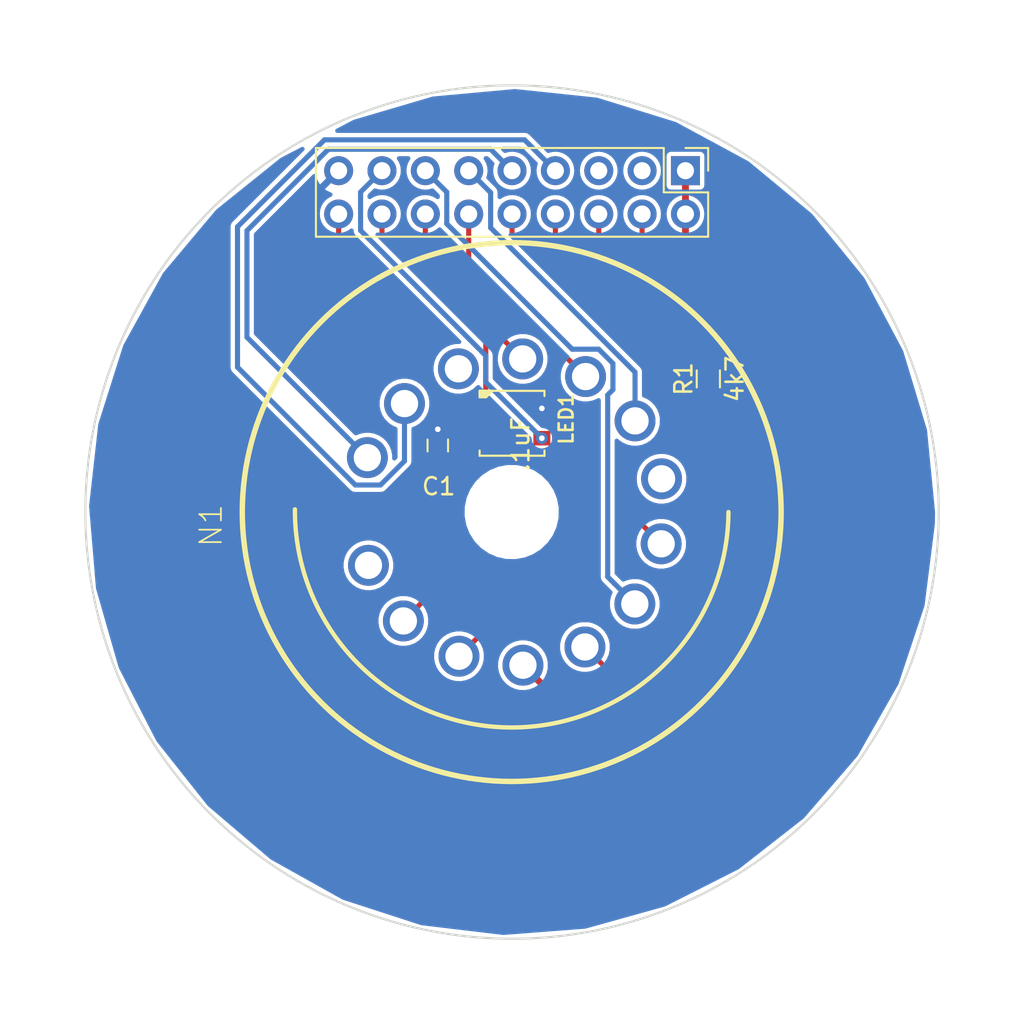
<source format=kicad_pcb>
(kicad_pcb (version 4) (host pcbnew 4.0.6)

  (general
    (links 0)
    (no_connects 2)
    (area 130.02 89.38 190.020001 149.380001)
    (thickness 1.6002)
    (drawings 2)
    (tracks 113)
    (zones 0)
    (modules 6)
    (nets 20)
  )

  (page A4)
  (layers
    (0 F.Cu signal)
    (31 B.Cu signal)
    (34 B.Paste user)
    (35 F.Paste user)
    (36 B.SilkS user)
    (37 F.SilkS user)
    (38 B.Mask user)
    (39 F.Mask user)
    (44 Edge.Cuts user)
  )

  (setup
    (last_trace_width 0.4)
    (user_trace_width 0.1524)
    (user_trace_width 0.2)
    (user_trace_width 0.25)
    (user_trace_width 0.3)
    (user_trace_width 0.4)
    (user_trace_width 0.5)
    (user_trace_width 0.6)
    (user_trace_width 0.8)
    (trace_clearance 0.254)
    (zone_clearance 0.1524)
    (zone_45_only no)
    (trace_min 0.1524)
    (segment_width 0.127)
    (edge_width 0.127)
    (via_size 0.6858)
    (via_drill 0.3302)
    (via_min_size 0.6858)
    (via_min_drill 0.3302)
    (uvia_size 0.508)
    (uvia_drill 0.127)
    (uvias_allowed no)
    (uvia_min_size 0.508)
    (uvia_min_drill 0.127)
    (pcb_text_width 0.127)
    (pcb_text_size 0.6 0.6)
    (mod_edge_width 0.127)
    (mod_text_size 0.6 0.6)
    (mod_text_width 0.127)
    (pad_size 1.524 1.524)
    (pad_drill 0.762)
    (pad_to_mask_clearance 0.05)
    (pad_to_paste_clearance -0.04)
    (aux_axis_origin 0 0)
    (grid_origin 160.02 119.38)
    (visible_elements 7FFFFF7F)
    (pcbplotparams
      (layerselection 0x3ffff_80000001)
      (usegerberextensions true)
      (usegerberattributes true)
      (excludeedgelayer true)
      (linewidth 0.127000)
      (plotframeref false)
      (viasonmask false)
      (mode 1)
      (useauxorigin false)
      (hpglpennumber 1)
      (hpglpenspeed 20)
      (hpglpendiameter 15)
      (hpglpenoverlay 2)
      (psnegative false)
      (psa4output false)
      (plotreference true)
      (plotvalue true)
      (plotinvisibletext false)
      (padsonsilk false)
      (subtractmaskfromsilk false)
      (outputformat 1)
      (mirror false)
      (drillshape 0)
      (scaleselection 1)
      (outputdirectory CAM/))
  )

  (net 0 "")
  (net 1 +5V)
  (net 2 GND)
  (net 3 /Anode)
  (net 4 /Dout)
  (net 5 /Din)
  (net 6 "Net-(J1-Pad3)")
  (net 7 /HV6)
  (net 8 /HV5)
  (net 9 /HV10)
  (net 10 /HV4)
  (net 11 /HV9)
  (net 12 /HV3)
  (net 13 /HV8)
  (net 14 /HV2)
  (net 15 /HV7)
  (net 16 /HV1)
  (net 17 "Net-(J1-Pad5)")
  (net 18 "Net-(N1-PadA)")
  (net 19 "Net-(N1-PadA2)")

  (net_class Default "Imperial - this is the standard class"
    (clearance 0.254)
    (trace_width 0.254)
    (via_dia 0.6858)
    (via_drill 0.3302)
    (uvia_dia 0.508)
    (uvia_drill 0.127)
    (add_net +5V)
    (add_net /Anode)
    (add_net /Din)
    (add_net /Dout)
    (add_net /HV1)
    (add_net /HV10)
    (add_net /HV2)
    (add_net /HV3)
    (add_net /HV4)
    (add_net /HV5)
    (add_net /HV6)
    (add_net /HV7)
    (add_net /HV8)
    (add_net /HV9)
    (add_net GND)
    (add_net "Net-(J1-Pad3)")
    (add_net "Net-(J1-Pad5)")
    (add_net "Net-(N1-PadA)")
    (add_net "Net-(N1-PadA2)")
  )

  (net_class 0.2mm ""
    (clearance 0.2)
    (trace_width 0.2)
    (via_dia 0.6858)
    (via_drill 0.3302)
    (uvia_dia 0.508)
    (uvia_drill 0.127)
  )

  (net_class Minimal ""
    (clearance 0.1524)
    (trace_width 0.1524)
    (via_dia 0.6858)
    (via_drill 0.3302)
    (uvia_dia 0.508)
    (uvia_drill 0.127)
  )

  (module Capacitors_SMD:C_0603_HandSoldering (layer F.Cu) (tedit 5A3B126B) (tstamp 5A3B0B22)
    (at 155.67 115.48 90)
    (descr "Capacitor SMD 0603, hand soldering")
    (tags "capacitor 0603")
    (path /592C7A4C)
    (attr smd)
    (fp_text reference C1 (at -2.4 0.05 180) (layer F.SilkS)
      (effects (font (size 1 1) (thickness 0.15)))
    )
    (fp_text value 0.1uF (at -0.4 4.85 90) (layer F.SilkS)
      (effects (font (size 1 1) (thickness 0.15)))
    )
    (fp_text user %R (at 0 -1.25 90) (layer F.Fab)
      (effects (font (size 1 1) (thickness 0.15)))
    )
    (fp_line (start -0.8 0.4) (end -0.8 -0.4) (layer F.Fab) (width 0.1))
    (fp_line (start 0.8 0.4) (end -0.8 0.4) (layer F.Fab) (width 0.1))
    (fp_line (start 0.8 -0.4) (end 0.8 0.4) (layer F.Fab) (width 0.1))
    (fp_line (start -0.8 -0.4) (end 0.8 -0.4) (layer F.Fab) (width 0.1))
    (fp_line (start -0.35 -0.6) (end 0.35 -0.6) (layer F.SilkS) (width 0.12))
    (fp_line (start 0.35 0.6) (end -0.35 0.6) (layer F.SilkS) (width 0.12))
    (fp_line (start -1.8 -0.65) (end 1.8 -0.65) (layer F.CrtYd) (width 0.05))
    (fp_line (start -1.8 -0.65) (end -1.8 0.65) (layer F.CrtYd) (width 0.05))
    (fp_line (start 1.8 0.65) (end 1.8 -0.65) (layer F.CrtYd) (width 0.05))
    (fp_line (start 1.8 0.65) (end -1.8 0.65) (layer F.CrtYd) (width 0.05))
    (pad 1 smd rect (at -0.95 0 90) (size 1.2 0.75) (layers F.Cu F.Paste F.Mask)
      (net 1 +5V))
    (pad 2 smd rect (at 0.95 0 90) (size 1.2 0.75) (layers F.Cu F.Paste F.Mask)
      (net 2 GND))
    (model Capacitors_SMD.3dshapes/C_0603.wrl
      (at (xyz 0 0 0))
      (scale (xyz 1 1 1))
      (rotate (xyz 0 0 0))
    )
  )

  (module Pin_Headers:Pin_Header_Straight_2x09_Pitch2.54mm (layer F.Cu) (tedit 5A3B14FF) (tstamp 5A3B0B4A)
    (at 170.18 99.38 270)
    (descr "Through hole straight pin header, 2x09, 2.54mm pitch, double rows")
    (tags "Through hole pin header THT 2x09 2.54mm double row")
    (path /5A39B530)
    (fp_text reference J1 (at 1.27 -2.33 270) (layer F.SilkS) hide
      (effects (font (size 1 1) (thickness 0.15)))
    )
    (fp_text value Nixie (at 1.27 22.65 270) (layer F.Fab)
      (effects (font (size 1 1) (thickness 0.15)))
    )
    (fp_line (start 0 -1.27) (end 3.81 -1.27) (layer F.Fab) (width 0.1))
    (fp_line (start 3.81 -1.27) (end 3.81 21.59) (layer F.Fab) (width 0.1))
    (fp_line (start 3.81 21.59) (end -1.27 21.59) (layer F.Fab) (width 0.1))
    (fp_line (start -1.27 21.59) (end -1.27 0) (layer F.Fab) (width 0.1))
    (fp_line (start -1.27 0) (end 0 -1.27) (layer F.Fab) (width 0.1))
    (fp_line (start -1.33 21.65) (end 3.87 21.65) (layer F.SilkS) (width 0.12))
    (fp_line (start -1.33 1.27) (end -1.33 21.65) (layer F.SilkS) (width 0.12))
    (fp_line (start 3.87 -1.33) (end 3.87 21.65) (layer F.SilkS) (width 0.12))
    (fp_line (start -1.33 1.27) (end 1.27 1.27) (layer F.SilkS) (width 0.12))
    (fp_line (start 1.27 1.27) (end 1.27 -1.33) (layer F.SilkS) (width 0.12))
    (fp_line (start 1.27 -1.33) (end 3.87 -1.33) (layer F.SilkS) (width 0.12))
    (fp_line (start -1.33 0) (end -1.33 -1.33) (layer F.SilkS) (width 0.12))
    (fp_line (start -1.33 -1.33) (end 0 -1.33) (layer F.SilkS) (width 0.12))
    (fp_line (start -1.8 -1.8) (end -1.8 22.1) (layer F.CrtYd) (width 0.05))
    (fp_line (start -1.8 22.1) (end 4.35 22.1) (layer F.CrtYd) (width 0.05))
    (fp_line (start 4.35 22.1) (end 4.35 -1.8) (layer F.CrtYd) (width 0.05))
    (fp_line (start 4.35 -1.8) (end -1.8 -1.8) (layer F.CrtYd) (width 0.05))
    (fp_text user %R (at 1.27 10.16 360) (layer F.Fab)
      (effects (font (size 1 1) (thickness 0.15)))
    )
    (pad 1 thru_hole rect (at 0 0 270) (size 1.7 1.7) (drill 1) (layers *.Cu *.Mask)
      (net 3 /Anode))
    (pad 2 thru_hole oval (at 2.54 0 270) (size 1.7 1.7) (drill 1) (layers *.Cu *.Mask)
      (net 3 /Anode))
    (pad 3 thru_hole oval (at 0 2.54 270) (size 1.7 1.7) (drill 1) (layers *.Cu *.Mask)
      (net 6 "Net-(J1-Pad3)"))
    (pad 4 thru_hole oval (at 2.54 2.54 270) (size 1.7 1.7) (drill 1) (layers *.Cu *.Mask)
      (net 7 /HV6))
    (pad 5 thru_hole oval (at 0 5.08 270) (size 1.7 1.7) (drill 1) (layers *.Cu *.Mask)
      (net 17 "Net-(J1-Pad5)"))
    (pad 6 thru_hole oval (at 2.54 5.08 270) (size 1.7 1.7) (drill 1) (layers *.Cu *.Mask)
      (net 8 /HV5))
    (pad 7 thru_hole oval (at 0 7.62 270) (size 1.7 1.7) (drill 1) (layers *.Cu *.Mask)
      (net 9 /HV10))
    (pad 8 thru_hole oval (at 2.54 7.62 270) (size 1.7 1.7) (drill 1) (layers *.Cu *.Mask)
      (net 10 /HV4))
    (pad 9 thru_hole oval (at 0 10.16 270) (size 1.7 1.7) (drill 1) (layers *.Cu *.Mask)
      (net 11 /HV9))
    (pad 10 thru_hole oval (at 2.54 10.16 270) (size 1.7 1.7) (drill 1) (layers *.Cu *.Mask)
      (net 12 /HV3))
    (pad 11 thru_hole oval (at 0 12.7 270) (size 1.7 1.7) (drill 1) (layers *.Cu *.Mask)
      (net 13 /HV8))
    (pad 12 thru_hole oval (at 2.54 12.7 270) (size 1.7 1.7) (drill 1) (layers *.Cu *.Mask)
      (net 14 /HV2))
    (pad 13 thru_hole oval (at 0 15.24 270) (size 1.7 1.7) (drill 1) (layers *.Cu *.Mask)
      (net 15 /HV7))
    (pad 14 thru_hole oval (at 2.54 15.24 270) (size 1.7 1.7) (drill 1) (layers *.Cu *.Mask)
      (net 16 /HV1))
    (pad 15 thru_hole oval (at 0 17.78 270) (size 1.7 1.7) (drill 1) (layers *.Cu *.Mask)
      (net 4 /Dout))
    (pad 16 thru_hole oval (at 2.54 17.78 270) (size 1.7 1.7) (drill 1) (layers *.Cu *.Mask)
      (net 5 /Din))
    (pad 17 thru_hole oval (at 0 20.32 270) (size 1.7 1.7) (drill 1) (layers *.Cu *.Mask)
      (net 2 GND))
    (pad 18 thru_hole oval (at 2.54 20.32 270) (size 1.7 1.7) (drill 1) (layers *.Cu *.Mask)
      (net 1 +5V))
    (model ${KISYS3DMOD}/Pin_Headers.3dshapes/Pin_Header_Straight_2x09_Pitch2.54mm.wrl
      (at (xyz 0 0 0))
      (scale (xyz 1 1 1))
      (rotate (xyz 0 0 0))
    )
  )

  (module adafruit:adafruit-LED3535 (layer F.Cu) (tedit 5A3B14EC) (tstamp 5A3B0B5E)
    (at 160.02 114.18)
    (path /5A3B0860)
    (attr smd)
    (fp_text reference LED1 (at 3.175 -0.254 90) (layer F.SilkS)
      (effects (font (size 0.8128 0.8128) (thickness 0.1524)))
    )
    (fp_text value WS2812BSK6812MINI (at 0.127 2.54) (layer F.SilkS) hide
      (effects (font (size 0.4064 0.4064) (thickness 0.0508)))
    )
    (fp_line (start -1.74752 -1.74752) (end 1.74752 -1.74752) (layer Dwgs.User) (width 0.127))
    (fp_line (start 1.74752 -1.74752) (end 1.74752 1.74752) (layer Dwgs.User) (width 0.127))
    (fp_line (start 1.74752 1.74752) (end -1.74752 1.74752) (layer Dwgs.User) (width 0.127))
    (fp_line (start -1.74752 1.74752) (end -1.74752 -1.74752) (layer Dwgs.User) (width 0.127))
    (fp_line (start -1.89992 -1.59766) (end -1.89992 -1.89992) (layer F.SilkS) (width 0.127))
    (fp_line (start -1.89992 -1.89992) (end 1.89992 -1.89992) (layer F.SilkS) (width 0.127))
    (fp_line (start 1.89992 -1.89992) (end 1.89992 -1.59766) (layer F.SilkS) (width 0.127))
    (fp_line (start -1.89992 1.59766) (end -1.89992 1.89992) (layer F.SilkS) (width 0.127))
    (fp_line (start -1.89992 1.89992) (end 1.89992 1.89992) (layer F.SilkS) (width 0.127))
    (fp_line (start 1.89992 1.89992) (end 1.89992 1.59766) (layer F.SilkS) (width 0.127))
    (fp_poly (pts (xy -1.905 -1.905) (xy -1.905 -1.524) (xy -1.524 -1.524) (xy -1.143 -1.905)
      (xy -1.905 -1.905)) (layer F.SilkS) (width 0.127))
    (fp_circle (center 0 0) (end 0 -1.39954) (layer Dwgs.User) (width 0.127))
    (pad 1-DO smd rect (at 1.74752 0.87376 90) (size 0.84836 0.99822) (layers F.Cu F.Paste F.Mask)
      (net 4 /Dout))
    (pad 2-GN smd rect (at 1.74752 -0.87376 90) (size 0.84836 0.99822) (layers F.Cu F.Paste F.Mask)
      (net 2 GND))
    (pad 3-DI smd rect (at -1.74752 -0.87376 90) (size 0.84836 0.99822) (layers F.Cu F.Paste F.Mask)
      (net 5 /Din))
    (pad 4-VD smd rect (at -1.74752 0.87376 90) (size 0.84836 0.99822) (layers F.Cu F.Paste F.Mask)
      (net 1 +5V))
  )

  (module nixies-us:nixies-us-IN-18-DSUB (layer F.Cu) (tedit 5A3B14F4) (tstamp 5A3B0B78)
    (at 160 119.38 180)
    (descr "MAY BE USED WITH SOCKET: PL31-P")
    (tags "MAY BE USED WITH SOCKET: PL31-P")
    (path /5A3B06D3)
    (attr virtual)
    (fp_text reference N1 (at 17.61998 -0.79248 270) (layer F.SilkS)
      (effects (font (size 1.27 1.27) (thickness 0.1016)))
    )
    (fp_text value IN-18D-SUB (at 0 0 180) (layer F.SilkS) hide
      (effects (font (thickness 0.15)))
    )
    (fp_circle (center 0 0) (end 0 -2.54) (layer F.Mask) (width 0.0254))
    (fp_circle (center 0 0) (end 0 -1.27) (layer F.Mask) (width 2.54))
    (fp_circle (center 0 0) (end 0 -1.27) (layer B.Mask) (width 2.54))
    (fp_circle (center 0 0) (end 0 -2.54) (layer Dwgs.User) (width 0.0254))
    (fp_circle (center 0 0) (end 0 -15.81658) (layer F.SilkS) (width 0.254))
    (fp_circle (center 0 0) (end 0 -15.75308) (layer F.SilkS) (width 0.254))
    (fp_arc (start 0 0.07874) (end -12.7 0) (angle 180) (layer F.SilkS) (width 0.254))
    (pad 0 thru_hole circle (at 6.28142 6.35508 180) (size 2.39776 2.39776) (drill 1.59766) (layers *.Cu *.Paste *.Mask)
      (net 9 /HV10))
    (pad 1 thru_hole circle (at -0.64262 8.97128 180) (size 2.39776 2.39776) (drill 1.59766) (layers *.Cu *.Paste *.Mask)
      (net 16 /HV1))
    (pad 2 thru_hole circle (at -4.32816 7.9375 180) (size 2.39776 2.39776) (drill 1.59766) (layers *.Cu *.Paste *.Mask)
      (net 14 /HV2))
    (pad 3 thru_hole circle (at -8.75792 -1.86182 180) (size 2.39776 2.39776) (drill 1.59766) (layers *.Cu *.Paste *.Mask)
      (net 12 /HV3))
    (pad 4 thru_hole circle (at 6.34746 -6.38048 180) (size 2.39776 2.39776) (drill 1.59766) (layers *.Cu *.Paste *.Mask)
      (net 10 /HV4))
    (pad 5 thru_hole circle (at 3.08864 -8.44804 180) (size 2.39776 2.39776) (drill 1.59766) (layers *.Cu *.Paste *.Mask)
      (net 8 /HV5))
    (pad 6 thru_hole circle (at -4.29006 -7.90448 180) (size 2.39776 2.39776) (drill 1.59766) (layers *.Cu *.Paste *.Mask)
      (net 7 /HV6))
    (pad 7 thru_hole circle (at -7.2136 -5.3848 180) (size 2.39776 2.39776) (drill 1.59766) (layers *.Cu *.Paste *.Mask)
      (net 15 /HV7))
    (pad 8 thru_hole circle (at -7.2263 5.34162 180) (size 2.39776 2.39776) (drill 1.59766) (layers *.Cu *.Paste *.Mask)
      (net 13 /HV8))
    (pad 9 thru_hole circle (at 8.45566 3.1877 180) (size 2.39776 2.39776) (drill 1.59766) (layers *.Cu *.Paste *.Mask)
      (net 11 /HV9))
    (pad A thru_hole circle (at -0.65786 -8.97382 180) (size 2.39776 2.39776) (drill 1.59766) (layers *.Cu *.Paste *.Mask)
      (net 18 "Net-(N1-PadA)"))
    (pad A2 thru_hole circle (at 3.12166 8.39216 180) (size 2.39776 2.39776) (drill 1.59766) (layers *.Cu *.Paste *.Mask)
      (net 19 "Net-(N1-PadA2)"))
    (pad N/C thru_hole circle (at 8.39216 -3.12166 180) (size 2.39776 2.39776) (drill 1.59766) (layers *.Cu *.Paste *.Mask))
    (pad N/C2 thru_hole circle (at -8.78078 1.94818 180) (size 2.39776 2.39776) (drill 1.59766) (layers *.Cu *.Paste *.Mask))
    (pad "" np_thru_hole circle (at 0 0 180) (size 4.99872 4.99872) (drill 4.99872) (layers *.Cu *.Mask))
  )

  (module Resistors_SMD:R_0603_HandSoldering (layer F.Cu) (tedit 5A3B125F) (tstamp 5A3B0B89)
    (at 171.52 111.58 90)
    (descr "Resistor SMD 0603, hand soldering")
    (tags "resistor 0603")
    (path /592C7A6F)
    (attr smd)
    (fp_text reference R1 (at 0 -1.45 90) (layer F.SilkS)
      (effects (font (size 1 1) (thickness 0.15)))
    )
    (fp_text value 4k7 (at 0 1.55 90) (layer F.SilkS)
      (effects (font (size 1 1) (thickness 0.15)))
    )
    (fp_text user %R (at 0 0 90) (layer F.Fab)
      (effects (font (size 0.4 0.4) (thickness 0.075)))
    )
    (fp_line (start -0.8 0.4) (end -0.8 -0.4) (layer F.Fab) (width 0.1))
    (fp_line (start 0.8 0.4) (end -0.8 0.4) (layer F.Fab) (width 0.1))
    (fp_line (start 0.8 -0.4) (end 0.8 0.4) (layer F.Fab) (width 0.1))
    (fp_line (start -0.8 -0.4) (end 0.8 -0.4) (layer F.Fab) (width 0.1))
    (fp_line (start 0.5 0.68) (end -0.5 0.68) (layer F.SilkS) (width 0.12))
    (fp_line (start -0.5 -0.68) (end 0.5 -0.68) (layer F.SilkS) (width 0.12))
    (fp_line (start -1.96 -0.7) (end 1.95 -0.7) (layer F.CrtYd) (width 0.05))
    (fp_line (start -1.96 -0.7) (end -1.96 0.7) (layer F.CrtYd) (width 0.05))
    (fp_line (start 1.95 0.7) (end 1.95 -0.7) (layer F.CrtYd) (width 0.05))
    (fp_line (start 1.95 0.7) (end -1.96 0.7) (layer F.CrtYd) (width 0.05))
    (pad 1 smd rect (at -1.1 0 90) (size 1.2 0.9) (layers F.Cu F.Paste F.Mask)
      (net 18 "Net-(N1-PadA)"))
    (pad 2 smd rect (at 1.1 0 90) (size 1.2 0.9) (layers F.Cu F.Paste F.Mask)
      (net 3 /Anode))
    (model ${KISYS3DMOD}/Resistors_SMD.3dshapes/R_0603.wrl
      (at (xyz 0 0 0))
      (scale (xyz 1 1 1))
      (rotate (xyz 0 0 0))
    )
  )

  (module logos:mermaid_l (layer B.Cu) (tedit 0) (tstamp 5A3B1809)
    (at 163.22 137.18 180)
    (fp_text reference G*** (at 0 0 180) (layer B.SilkS) hide
      (effects (font (thickness 0.3)) (justify mirror))
    )
    (fp_text value LOGO (at 0.75 0 180) (layer B.SilkS) hide
      (effects (font (thickness 0.3)) (justify mirror))
    )
    (fp_poly (pts (xy 0.016811 3.773536) (xy 0.035492 3.771585) (xy 0.039687 3.770741) (xy 0.079417 3.757244)
      (xy 0.111324 3.737775) (xy 0.124832 3.725513) (xy 0.142677 3.704599) (xy 0.153161 3.684612)
      (xy 0.15793 3.661447) (xy 0.15875 3.64097) (xy 0.158058 3.61993) (xy 0.155124 3.604749)
      (xy 0.148654 3.590748) (xy 0.141938 3.580059) (xy 0.122141 3.557766) (xy 0.098998 3.544256)
      (xy 0.074141 3.539962) (xy 0.049199 3.545313) (xy 0.036501 3.55221) (xy 0.025568 3.560763)
      (xy 0.019906 3.570026) (xy 0.017449 3.584153) (xy 0.016932 3.59157) (xy 0.016648 3.608477)
      (xy 0.018904 3.618133) (xy 0.024587 3.623743) (xy 0.026084 3.624592) (xy 0.039465 3.627784)
      (xy 0.050441 3.626922) (xy 0.059967 3.622881) (xy 0.061919 3.615123) (xy 0.060823 3.608777)
      (xy 0.060289 3.596153) (xy 0.064906 3.590901) (xy 0.073078 3.592235) (xy 0.083211 3.599369)
      (xy 0.093713 3.61152) (xy 0.102989 3.6279) (xy 0.103896 3.629997) (xy 0.108418 3.643365)
      (xy 0.108287 3.6547) (xy 0.103467 3.669685) (xy 0.087643 3.698859) (xy 0.064252 3.721926)
      (xy 0.050164 3.731216) (xy 0.036916 3.737802) (xy 0.022748 3.741623) (xy 0.004134 3.743365)
      (xy -0.014288 3.743716) (xy -0.040147 3.742911) (xy -0.057394 3.740394) (xy -0.064294 3.73724)
      (xy -0.073648 3.731439) (xy -0.077728 3.730626) (xy -0.088165 3.726605) (xy -0.102163 3.716065)
      (xy -0.117406 3.701291) (xy -0.131579 3.684564) (xy -0.142367 3.668169) (xy -0.143717 3.665542)
      (xy -0.151883 3.648712) (xy -0.159332 3.633251) (xy -0.163088 3.620111) (xy -0.165384 3.598867)
      (xy -0.16631 3.568514) (xy -0.166318 3.553876) (xy -0.166026 3.5265) (xy -0.165145 3.506715)
      (xy -0.163111 3.491529) (xy -0.159359 3.477949) (xy -0.153324 3.462983) (xy -0.14625 3.447521)
      (xy -0.121753 3.405235) (xy -0.0903 3.36927) (xy -0.051325 3.33924) (xy -0.004264 3.314759)
      (xy 0.051447 3.295441) (xy 0.089958 3.28602) (xy 0.119366 3.282227) (xy 0.156195 3.281263)
      (xy 0.197719 3.282946) (xy 0.241212 3.28709) (xy 0.283951 3.293513) (xy 0.321687 3.301638)
      (xy 0.342155 3.307861) (xy 0.360849 3.315263) (xy 0.376278 3.322945) (xy 0.386953 3.330006)
      (xy 0.391385 3.335547) (xy 0.388082 3.338667) (xy 0.383597 3.339042) (xy 0.373649 3.342219)
      (xy 0.357833 3.350734) (xy 0.338335 3.36306) (xy 0.317344 3.377673) (xy 0.297047 3.393046)
      (xy 0.279632 3.407655) (xy 0.267286 3.419973) (xy 0.26692 3.420407) (xy 0.246827 3.446164)
      (xy 0.232225 3.469838) (xy 0.221889 3.494463) (xy 0.214597 3.523071) (xy 0.209127 3.558694)
      (xy 0.208269 3.565849) (xy 0.208225 3.599519) (xy 0.214696 3.635439) (xy 0.226608 3.670269)
      (xy 0.242885 3.700666) (xy 0.257355 3.718587) (xy 0.284712 3.739246) (xy 0.316451 3.752322)
      (xy 0.350326 3.757709) (xy 0.384089 3.755304) (xy 0.415495 3.745003) (xy 0.441854 3.727116)
      (xy 0.456743 3.708989) (xy 0.464158 3.687733) (xy 0.465666 3.667574) (xy 0.46447 3.649678)
      (xy 0.459418 3.636679) (xy 0.44831 3.623019) (xy 0.447843 3.622523) (xy 0.432662 3.60928)
      (xy 0.418526 3.60395) (xy 0.413448 3.603625) (xy 0.394908 3.608269) (xy 0.381565 3.620647)
      (xy 0.375782 3.638431) (xy 0.375708 3.640833) (xy 0.378805 3.655072) (xy 0.386689 3.660815)
      (xy 0.397247 3.657238) (xy 0.40302 3.65151) (xy 0.411119 3.643576) (xy 0.417703 3.64383)
      (xy 0.420717 3.645984) (xy 0.426691 3.656909) (xy 0.428309 3.673525) (xy 0.425542 3.691863)
      (xy 0.421138 3.703294) (xy 0.410709 3.716673) (xy 0.399156 3.725521) (xy 0.381042 3.731036)
      (xy 0.358057 3.732598) (xy 0.335132 3.730244) (xy 0.318905 3.724949) (xy 0.298369 3.711409)
      (xy 0.278961 3.693672) (xy 0.264484 3.675356) (xy 0.26187 3.670693) (xy 0.258107 3.658302)
      (xy 0.255508 3.640465) (xy 0.254155 3.620218) (xy 0.254128 3.6006) (xy 0.25551 3.584648)
      (xy 0.258381 3.5754) (xy 0.259291 3.574521) (xy 0.263387 3.567227) (xy 0.264583 3.558334)
      (xy 0.266434 3.54854) (xy 0.269875 3.545417) (xy 0.274956 3.541344) (xy 0.275166 3.539772)
      (xy 0.278369 3.532005) (xy 0.286651 3.519125) (xy 0.298022 3.503894) (xy 0.310492 3.489074)
      (xy 0.315691 3.483521) (xy 0.332808 3.469181) (xy 0.356966 3.453086) (xy 0.385192 3.436898)
      (xy 0.41451 3.422278) (xy 0.441945 3.410886) (xy 0.451563 3.407656) (xy 0.513508 3.39253)
      (xy 0.572008 3.386659) (xy 0.6285 3.390216) (xy 0.684423 3.403376) (xy 0.741216 3.42631)
      (xy 0.78052 3.447259) (xy 0.817352 3.46804) (xy 0.848125 3.483558) (xy 0.875501 3.494552)
      (xy 0.902139 3.501759) (xy 0.9307 3.505917) (xy 0.963843 3.507764) (xy 0.999762 3.50806)
      (xy 1.029829 3.507596) (xy 1.058475 3.506543) (xy 1.08289 3.505047) (xy 1.100268 3.50325)
      (xy 1.103312 3.502746) (xy 1.124251 3.498943) (xy 1.148566 3.494739) (xy 1.16152 3.492588)
      (xy 1.183437 3.488718) (xy 1.205109 3.484407) (xy 1.21576 3.482026) (xy 1.242534 3.475574)
      (xy 1.261268 3.470981) (xy 1.27422 3.467665) (xy 1.283649 3.465044) (xy 1.29181 3.462534)
      (xy 1.293812 3.46189) (xy 1.330054 3.447173) (xy 1.362613 3.428217) (xy 1.390124 3.406284)
      (xy 1.411222 3.382636) (xy 1.42454 3.358536) (xy 1.428749 3.337087) (xy 1.430965 3.31796)
      (xy 1.436932 3.293293) (xy 1.445634 3.266996) (xy 1.4496 3.257021) (xy 1.460028 3.223921)
      (xy 1.465344 3.188889) (xy 1.465701 3.173183) (xy 1.465206 3.152449) (xy 1.465622 3.140318)
      (xy 1.467505 3.134815) (xy 1.471411 3.133966) (xy 1.476375 3.135313) (xy 1.485246 3.136563)
      (xy 1.485546 3.132317) (xy 1.477379 3.123141) (xy 1.473497 3.119686) (xy 1.464568 3.110292)
      (xy 1.463129 3.101507) (xy 1.465406 3.093994) (xy 1.472998 3.082438) (xy 1.485846 3.06985)
      (xy 1.491895 3.065257) (xy 1.507592 3.051442) (xy 1.513053 3.038041) (xy 1.508312 3.023896)
      (xy 1.493572 3.007997) (xy 1.481954 2.996879) (xy 1.477871 2.989625) (xy 1.480148 2.984092)
      (xy 1.480343 2.983889) (xy 1.48489 2.973373) (xy 1.486712 2.956585) (xy 1.485771 2.93749)
      (xy 1.482027 2.920051) (xy 1.481007 2.917281) (xy 1.468042 2.883178) (xy 1.459777 2.85676)
      (xy 1.455764 2.836468) (xy 1.455208 2.827306) (xy 1.451635 2.812089) (xy 1.440656 2.801224)
      (xy 1.433744 2.797314) (xy 1.425278 2.794661) (xy 1.41333 2.793085) (xy 1.395971 2.79241)
      (xy 1.371273 2.792457) (xy 1.349375 2.792809) (xy 1.31873 2.793255) (xy 1.296659 2.793112)
      (xy 1.281157 2.792186) (xy 1.270221 2.790279) (xy 1.261849 2.787196) (xy 1.255447 2.783626)
      (xy 1.244268 2.774775) (xy 1.238474 2.766405) (xy 1.23825 2.764974) (xy 1.235863 2.757876)
      (xy 1.233805 2.756959) (xy 1.229201 2.752098) (xy 1.223916 2.739092) (xy 1.218503 2.720308)
      (xy 1.213515 2.698112) (xy 1.209506 2.674871) (xy 1.207028 2.652951) (xy 1.2065 2.640132)
      (xy 1.207874 2.614203) (xy 1.211589 2.582523) (xy 1.217032 2.549504) (xy 1.222776 2.522803)
      (xy 1.235661 2.473043) (xy 1.247332 2.433315) (xy 1.257929 2.403156) (xy 1.259293 2.399771)
      (xy 1.264013 2.387513) (xy 1.269636 2.371955) (xy 1.270086 2.370667) (xy 1.278721 2.347809)
      (xy 1.289907 2.322021) (xy 1.304888 2.290463) (xy 1.308378 2.283355) (xy 1.317963 2.259043)
      (xy 1.323702 2.234224) (xy 1.325348 2.211548) (xy 1.322652 2.19366) (xy 1.317561 2.184909)
      (xy 1.307186 2.176016) (xy 1.292853 2.165074) (xy 1.277255 2.153968) (xy 1.263087 2.144581)
      (xy 1.253044 2.138797) (xy 1.250232 2.137834) (xy 1.242386 2.13401) (xy 1.231208 2.124466)
      (xy 1.219519 2.11209) (xy 1.21014 2.099773) (xy 1.206613 2.093154) (xy 1.204218 2.073293)
      (xy 1.210459 2.048342) (xy 1.211685 2.04523) (xy 1.220793 2.023791) (xy 1.23213 1.998543)
      (xy 1.244765 1.971403) (xy 1.257766 1.944284) (xy 1.270202 1.9191) (xy 1.281142 1.897767)
      (xy 1.289653 1.882198) (xy 1.294804 1.874308) (xy 1.294911 1.874195) (xy 1.300737 1.866426)
      (xy 1.30175 1.863411) (xy 1.305702 1.855954) (xy 1.316422 1.843726) (xy 1.332206 1.828296)
      (xy 1.351351 1.811235) (xy 1.372151 1.794113) (xy 1.392903 1.778501) (xy 1.397 1.775628)
      (xy 1.412481 1.764474) (xy 1.432822 1.749179) (xy 1.456251 1.731147) (xy 1.480994 1.711783)
      (xy 1.505277 1.692489) (xy 1.527327 1.674669) (xy 1.54537 1.659728) (xy 1.557633 1.649068)
      (xy 1.561041 1.645785) (xy 1.566531 1.641261) (xy 1.577559 1.632846) (xy 1.584854 1.62743)
      (xy 1.599074 1.616479) (xy 1.610642 1.606732) (xy 1.613958 1.603563) (xy 1.621166 1.597319)
      (xy 1.63503 1.586326) (xy 1.653625 1.57203) (xy 1.675029 1.555881) (xy 1.697317 1.539326)
      (xy 1.718566 1.523814) (xy 1.736854 1.510793) (xy 1.740958 1.507944) (xy 1.75542 1.497422)
      (xy 1.767734 1.487559) (xy 1.769672 1.48584) (xy 1.781335 1.477351) (xy 1.789516 1.473434)
      (xy 1.797549 1.469117) (xy 1.799166 1.466423) (xy 1.803588 1.462135) (xy 1.814535 1.456503)
      (xy 1.817687 1.455209) (xy 1.829662 1.449593) (xy 1.835937 1.444862) (xy 1.836208 1.4441)
      (xy 1.840779 1.440501) (xy 1.852852 1.434525) (xy 1.869967 1.42737) (xy 1.872824 1.426267)
      (xy 1.88894 1.420424) (xy 1.902804 1.416562) (xy 1.917198 1.414357) (xy 1.934907 1.413483)
      (xy 1.958714 1.413615) (xy 1.977334 1.414048) (xy 2.011477 1.415666) (xy 2.050591 1.418652)
      (xy 2.089221 1.422539) (xy 2.114726 1.425785) (xy 2.14488 1.42989) (xy 2.16751 1.432256)
      (xy 2.18552 1.432964) (xy 2.201812 1.432095) (xy 2.219288 1.429731) (xy 2.224528 1.428856)
      (xy 2.245404 1.424861) (xy 2.257747 1.421152) (xy 2.263552 1.416902) (xy 2.264833 1.412127)
      (xy 2.263508 1.406717) (xy 2.257986 1.403732) (xy 2.245944 1.402491) (xy 2.231409 1.402292)
      (xy 2.207764 1.401303) (xy 2.182238 1.398663) (xy 2.158033 1.394866) (xy 2.138355 1.390404)
      (xy 2.12725 1.386276) (xy 2.123304 1.383434) (xy 2.123829 1.381057) (xy 2.130164 1.378752)
      (xy 2.143652 1.376125) (xy 2.165634 1.37278) (xy 2.180166 1.370725) (xy 2.208747 1.366286)
      (xy 2.230983 1.361492) (xy 2.251087 1.355226) (xy 2.27327 1.34637) (xy 2.275416 1.345449)
      (xy 2.291879 1.337058) (xy 2.307873 1.326809) (xy 2.32072 1.316668) (xy 2.327745 1.308602)
      (xy 2.328333 1.306591) (xy 2.323743 1.304335) (xy 2.312281 1.304011) (xy 2.297402 1.305252)
      (xy 2.282566 1.307694) (xy 2.271229 1.31097) (xy 2.267743 1.312991) (xy 2.258675 1.31683)
      (xy 2.251604 1.317626) (xy 2.239817 1.320172) (xy 2.234786 1.323331) (xy 2.225761 1.326846)
      (xy 2.213884 1.326984) (xy 2.204136 1.325219) (xy 2.204029 1.323129) (xy 2.20927 1.320799)
      (xy 2.23606 1.310129) (xy 2.25511 1.301894) (xy 2.268643 1.294964) (xy 2.278885 1.288209)
      (xy 2.287322 1.281169) (xy 2.296853 1.2715) (xy 2.301715 1.264499) (xy 2.301875 1.263719)
      (xy 2.297454 1.259587) (xy 2.285098 1.260225) (xy 2.266162 1.265338) (xy 2.242005 1.274631)
      (xy 2.232778 1.27872) (xy 2.210862 1.287938) (xy 2.195226 1.292907) (xy 2.186673 1.293593)
      (xy 2.186011 1.289959) (xy 2.194044 1.28197) (xy 2.19612 1.28034) (xy 2.207237 1.273141)
      (xy 2.215319 1.270118) (xy 2.221801 1.265714) (xy 2.226876 1.256324) (xy 2.227791 1.251047)
      (xy 2.223516 1.248302) (xy 2.212505 1.249392) (xy 2.197482 1.253408) (xy 2.181171 1.259436)
      (xy 2.166296 1.266566) (xy 2.15558 1.273887) (xy 2.153708 1.275833) (xy 2.146702 1.280288)
      (xy 2.132687 1.286789) (xy 2.114695 1.294037) (xy 2.095756 1.300732) (xy 2.095124 1.300937)
      (xy 2.07869 1.304461) (xy 2.057774 1.306667) (xy 2.046312 1.307042) (xy 2.028903 1.306558)
      (xy 2.018807 1.304253) (xy 2.012768 1.298853) (xy 2.009183 1.29249) (xy 2.005287 1.278785)
      (xy 2.008579 1.265874) (xy 2.019902 1.252443) (xy 2.040101 1.237179) (xy 2.048014 1.232048)
      (xy 2.069352 1.218173) (xy 2.083328 1.207722) (xy 2.091758 1.198848) (xy 2.096459 1.189706)
      (xy 2.098878 1.180349) (xy 2.099775 1.168122) (xy 2.095521 1.163627) (xy 2.094838 1.16354)
      (xy 2.077123 1.165005) (xy 2.064663 1.173081) (xy 2.054291 1.180457) (xy 2.036679 1.190046)
      (xy 2.014573 1.20055) (xy 1.990717 1.210671) (xy 1.967857 1.219114) (xy 1.965854 1.219776)
      (xy 1.928101 1.233609) (xy 1.898307 1.248381) (xy 1.87387 1.26573) (xy 1.852189 1.287294)
      (xy 1.844908 1.29597) (xy 1.82922 1.314316) (xy 1.813605 1.330793) (xy 1.80082 1.342542)
      (xy 1.797992 1.344686) (xy 1.786309 1.353213) (xy 1.778836 1.359346) (xy 1.778 1.360236)
      (xy 1.771224 1.365606) (xy 1.75693 1.374794) (xy 1.736985 1.386729) (xy 1.713259 1.400343)
      (xy 1.687619 1.414565) (xy 1.661936 1.428326) (xy 1.638076 1.440557) (xy 1.635125 1.442019)
      (xy 1.587553 1.46584) (xy 1.546283 1.487396) (xy 1.507857 1.50852) (xy 1.481666 1.52353)
      (xy 1.464862 1.532936) (xy 1.450648 1.540248) (xy 1.443302 1.543429) (xy 1.435482 1.548118)
      (xy 1.434041 1.551076) (xy 1.429946 1.555562) (xy 1.42835 1.55575) (xy 1.421455 1.558368)
      (xy 1.407463 1.565519) (xy 1.388265 1.576151) (xy 1.365753 1.589212) (xy 1.341819 1.60365)
      (xy 1.338081 1.605957) (xy 1.328838 1.611626) (xy 1.314356 1.620452) (xy 1.303686 1.626934)
      (xy 1.289183 1.635949) (xy 1.278713 1.64286) (xy 1.275291 1.645485) (xy 1.269816 1.650117)
      (xy 1.258818 1.65865) (xy 1.251479 1.66417) (xy 1.234056 1.677274) (xy 1.220686 1.687881)
      (xy 1.208649 1.698391) (xy 1.195222 1.711206) (xy 1.177684 1.728725) (xy 1.173427 1.733021)
      (xy 1.154691 1.753203) (xy 1.136473 1.774958) (xy 1.121826 1.794574) (xy 1.117957 1.80049)
      (xy 1.107458 1.815879) (xy 1.098096 1.826821) (xy 1.091977 1.830917) (xy 1.085418 1.828569)
      (xy 1.084785 1.826948) (xy 1.081627 1.820717) (xy 1.073818 1.810294) (xy 1.071556 1.807605)
      (xy 1.063024 1.796859) (xy 1.058535 1.789598) (xy 1.058333 1.788759) (xy 1.055116 1.78268)
      (xy 1.048847 1.77503) (xy 1.038358 1.760344) (xy 1.026121 1.737991) (xy 1.013216 1.710506)
      (xy 1.00072 1.680421) (xy 0.989714 1.650268) (xy 0.981275 1.622581) (xy 0.977986 1.608667)
      (xy 0.968972 1.562362) (xy 0.962328 1.523365) (xy 0.95779 1.488735) (xy 0.955093 1.45553)
      (xy 0.953972 1.420809) (xy 0.954162 1.38163) (xy 0.954874 1.352021) (xy 0.955956 1.318336)
      (xy 0.957154 1.287144) (xy 0.958377 1.260422) (xy 0.959534 1.240144) (xy 0.960534 1.228284)
      (xy 0.960617 1.227667) (xy 0.961429 1.217554) (xy 0.962358 1.198447) (xy 0.96335 1.171939)
      (xy 0.964353 1.139617) (xy 0.96531 1.103071) (xy 0.96617 1.063891) (xy 0.966176 1.063625)
      (xy 0.966988 1.016579) (xy 0.967314 0.977779) (xy 0.967075 0.9449) (xy 0.96619 0.915612)
      (xy 0.964579 0.887587) (xy 0.962164 0.858498) (xy 0.958863 0.826017) (xy 0.95765 0.814917)
      (xy 0.951084 0.75682) (xy 0.945176 0.707679) (xy 0.939682 0.665903) (xy 0.934356 0.629902)
      (xy 0.928956 0.598088) (xy 0.923235 0.56887) (xy 0.916949 0.54066) (xy 0.912885 0.523875)
      (xy 0.906794 0.498662) (xy 0.901413 0.475129) (xy 0.897462 0.456489) (xy 0.895973 0.44834)
      (xy 0.892856 0.434708) (xy 0.889085 0.426281) (xy 0.888285 0.425538) (xy 0.884592 0.418555)
      (xy 0.883669 0.411115) (xy 0.882028 0.401383) (xy 0.877635 0.38436) (xy 0.871226 0.362746)
      (xy 0.866028 0.346605) (xy 0.857767 0.321534) (xy 0.84996 0.297435) (xy 0.843739 0.277819)
      (xy 0.841302 0.269875) (xy 0.836378 0.25453) (xy 0.832191 0.243342) (xy 0.830942 0.240771)
      (xy 0.827336 0.232696) (xy 0.822295 0.21902) (xy 0.820702 0.214313) (xy 0.81395 0.195276)
      (xy 0.806669 0.176625) (xy 0.80583 0.174625) (xy 0.798972 0.158321) (xy 0.792944 0.14374)
      (xy 0.792593 0.142875) (xy 0.786649 0.129107) (xy 0.782549 0.120458) (xy 0.778574 0.110063)
      (xy 0.777875 0.105842) (xy 0.775639 0.099184) (xy 0.769428 0.084596) (xy 0.759982 0.063622)
      (xy 0.748042 0.037806) (xy 0.734349 0.008691) (xy 0.719644 -0.022178) (xy 0.704668 -0.053257)
      (xy 0.690162 -0.083002) (xy 0.676867 -0.10987) (xy 0.665523 -0.132316) (xy 0.656873 -0.148797)
      (xy 0.651656 -0.157769) (xy 0.650888 -0.15875) (xy 0.64704 -0.164585) (xy 0.640139 -0.176579)
      (xy 0.635415 -0.185208) (xy 0.622667 -0.207639) (xy 0.605809 -0.235506) (xy 0.586295 -0.266573)
      (xy 0.565581 -0.298607) (xy 0.545121 -0.329373) (xy 0.52637 -0.356639) (xy 0.510784 -0.378168)
      (xy 0.504464 -0.386291) (xy 0.49882 -0.393433) (xy 0.48822 -0.406992) (xy 0.474188 -0.425014)
      (xy 0.458423 -0.445321) (xy 0.386268 -0.531586) (xy 0.305323 -0.615902) (xy 0.217382 -0.696433)
      (xy 0.193138 -0.716902) (xy 0.177764 -0.729736) (xy 0.165728 -0.739925) (xy 0.159212 -0.745619)
      (xy 0.15875 -0.74607) (xy 0.15364 -0.750212) (xy 0.141905 -0.75919) (xy 0.125441 -0.771566)
      (xy 0.111125 -0.782215) (xy 0.091503 -0.796811) (xy 0.074346 -0.809688) (xy 0.061903 -0.819151)
      (xy 0.057234 -0.822811) (xy 0.046348 -0.830914) (xy 0.033422 -0.839659) (xy 0.019429 -0.849492)
      (xy 0.008262 -0.85853) (xy -0.00115 -0.865562) (xy -0.006772 -0.867833) (xy -0.013177 -0.871028)
      (xy -0.024494 -0.879231) (xy -0.033185 -0.886354) (xy -0.046046 -0.896711) (xy -0.055853 -0.903433)
      (xy -0.059243 -0.904875) (xy -0.065136 -0.907527) (xy -0.076973 -0.9143) (xy -0.09191 -0.923419)
      (xy -0.107104 -0.933106) (xy -0.119711 -0.941585) (xy -0.126887 -0.947081) (xy -0.127 -0.947193)
      (xy -0.133129 -0.951521) (xy -0.142875 -0.957378) (xy -0.152011 -0.962765) (xy -0.168175 -0.972485)
      (xy -0.189376 -0.985333) (xy -0.213623 -1.000104) (xy -0.223801 -1.006326) (xy -0.247553 -1.020777)
      (xy -0.267952 -1.033032) (xy -0.283378 -1.04213) (xy -0.292207 -1.047106) (xy -0.293632 -1.04775)
      (xy -0.298902 -1.050229) (xy -0.310818 -1.056768) (xy -0.326931 -1.066017) (xy -0.328991 -1.067222)
      (xy -0.356603 -1.083148) (xy -0.386048 -1.099703) (xy -0.414493 -1.115327) (xy -0.439106 -1.128464)
      (xy -0.455084 -1.136599) (xy -0.467632 -1.14309) (xy -0.475484 -1.147821) (xy -0.47625 -1.148468)
      (xy -0.481786 -1.151903) (xy -0.494692 -1.158989) (xy -0.512891 -1.168607) (xy -0.529167 -1.177013)
      (xy -0.578322 -1.202179) (xy -0.622845 -1.225001) (xy -0.661951 -1.245075) (xy -0.694854 -1.261998)
      (xy -0.720769 -1.275365) (xy -0.73891 -1.284772) (xy -0.748492 -1.289816) (xy -0.748968 -1.290075)
      (xy -0.758048 -1.294813) (xy -0.773987 -1.302904) (xy -0.794153 -1.313017) (xy -0.80698 -1.3194)
      (xy -0.881231 -1.35675) (xy -0.94652 -1.390707) (xy -1.003734 -1.421745) (xy -1.05376 -1.450342)
      (xy -1.076855 -1.464177) (xy -1.090458 -1.471801) (xy -1.098021 -1.475597) (xy -1.105412 -1.479911)
      (xy -1.119579 -1.488876) (xy -1.138874 -1.501392) (xy -1.161647 -1.516359) (xy -1.18625 -1.532677)
      (xy -1.211035 -1.549246) (xy -1.234352 -1.564966) (xy -1.254552 -1.578737) (xy -1.269988 -1.58946)
      (xy -1.279009 -1.596033) (xy -1.280584 -1.5974) (xy -1.28583 -1.602217) (xy -1.296881 -1.611472)
      (xy -1.309688 -1.621833) (xy -1.369914 -1.675393) (xy -1.421218 -1.732685) (xy -1.463288 -1.79318)
      (xy -1.495811 -1.856346) (xy -1.518476 -1.921651) (xy -1.530971 -1.988566) (xy -1.532115 -2.00072)
      (xy -1.533533 -2.021291) (xy -1.533389 -2.03401) (xy -1.531178 -2.041555) (xy -1.526396 -2.046606)
      (xy -1.523028 -2.048937) (xy -1.508982 -2.055507) (xy -1.492365 -2.060056) (xy -1.492229 -2.060079)
      (xy -1.452691 -2.067475) (xy -1.418964 -2.075738) (xy -1.394355 -2.083271) (xy -1.372487 -2.090356)
      (xy -1.346337 -2.098616) (xy -1.322917 -2.10585) (xy -1.302468 -2.112199) (xy -1.284909 -2.117877)
      (xy -1.273608 -2.12179) (xy -1.272646 -2.122164) (xy -1.262724 -2.125949) (xy -1.246121 -2.132103)
      (xy -1.226116 -2.139411) (xy -1.222375 -2.140766) (xy -1.203039 -2.148094) (xy -1.187481 -2.154598)
      (xy -1.178496 -2.159093) (xy -1.177661 -2.159711) (xy -1.168071 -2.163984) (xy -1.164987 -2.164291)
      (xy -1.156849 -2.166561) (xy -1.141251 -2.172762) (xy -1.120145 -2.181983) (xy -1.095482 -2.193313)
      (xy -1.069213 -2.20584) (xy -1.043289 -2.218653) (xy -1.019661 -2.230841) (xy -1.002771 -2.240067)
      (xy -0.979183 -2.253619) (xy -0.954406 -2.268128) (xy -0.930964 -2.28209) (xy -0.911386 -2.293997)
      (xy -0.898196 -2.302344) (xy -0.897227 -2.302991) (xy -0.84537 -2.340492) (xy -0.792658 -2.383257)
      (xy -0.741528 -2.42907) (xy -0.694416 -2.475712) (xy -0.653759 -2.520968) (xy -0.642579 -2.534708)
      (xy -0.628634 -2.552018) (xy -0.616971 -2.565902) (xy -0.609232 -2.574434) (xy -0.607219 -2.576159)
      (xy -0.603295 -2.582213) (xy -0.60325 -2.582995) (xy -0.599953 -2.59017) (xy -0.592419 -2.599694)
      (xy -0.584795 -2.609595) (xy -0.573492 -2.626331) (xy -0.559985 -2.647494) (xy -0.545751 -2.670677)
      (xy -0.532266 -2.693472) (xy -0.521004 -2.713471) (xy -0.513442 -2.728265) (xy -0.512956 -2.729342)
      (xy -0.506925 -2.740667) (xy -0.501953 -2.746251) (xy -0.501417 -2.746375) (xy -0.497764 -2.750622)
      (xy -0.497417 -2.753524) (xy -0.495063 -2.76201) (xy -0.489037 -2.775934) (xy -0.484188 -2.785554)
      (xy -0.476676 -2.800966) (xy -0.471883 -2.81327) (xy -0.470959 -2.817651) (xy -0.468504 -2.82541)
      (xy -0.46699 -2.826631) (xy -0.463351 -2.832354) (xy -0.457475 -2.846051) (xy -0.450118 -2.865545)
      (xy -0.442034 -2.888659) (xy -0.433976 -2.913215) (xy -0.4267 -2.937036) (xy -0.420958 -2.957944)
      (xy -0.419645 -2.963333) (xy -0.414816 -2.982772) (xy -0.410227 -2.999259) (xy -0.40721 -3.008312)
      (xy -0.403349 -3.020934) (xy -0.400065 -3.036847) (xy -0.399977 -3.037416) (xy -0.397973 -3.049953)
      (xy -0.394675 -3.070065) (xy -0.390554 -3.094892) (xy -0.386442 -3.119437) (xy -0.382507 -3.145522)
      (xy -0.379552 -3.172135) (xy -0.377442 -3.20146) (xy -0.376041 -3.23568) (xy -0.375217 -3.276977)
      (xy -0.374941 -3.306237) (xy -0.374907 -3.341428) (xy -0.375253 -3.373114) (xy -0.375932 -3.399753)
      (xy -0.376895 -3.4198) (xy -0.378095 -3.431711) (xy -0.378888 -3.43429) (xy -0.385103 -3.433466)
      (xy -0.398593 -3.427213) (xy -0.41801 -3.416235) (xy -0.441209 -3.401752) (xy -0.483878 -3.374892)
      (xy -0.526415 -3.34985) (xy -0.571041 -3.325433) (xy -0.619976 -3.30045) (xy -0.67544 -3.27371)
      (xy -0.709084 -3.258031) (xy -0.744498 -3.241758) (xy -0.773275 -3.228687) (xy -0.794644 -3.21916)
      (xy -0.807839 -3.213522) (xy -0.812017 -3.212041) (xy -0.817473 -3.210007) (xy -0.830202 -3.204577)
      (xy -0.847855 -3.196764) (xy -0.855541 -3.193302) (xy -0.87586 -3.184131) (xy -0.893504 -3.176218)
      (xy -0.905456 -3.170914) (xy -0.907521 -3.170016) (xy -0.918356 -3.165316) (xy -0.934412 -3.158299)
      (xy -0.944563 -3.153846) (xy -0.976212 -3.140021) (xy -0.999364 -3.130101) (xy -1.015151 -3.123604)
      (xy -1.018646 -3.12224) (xy -1.034695 -3.115354) (xy -1.057193 -3.104752) (xy -1.083338 -3.091857)
      (xy -1.110325 -3.078089) (xy -1.135352 -3.064868) (xy -1.155614 -3.053616) (xy -1.164167 -3.048495)
      (xy -1.18064 -3.036718) (xy -1.199817 -3.020816) (xy -1.220061 -3.002427) (xy -1.239737 -2.983188)
      (xy -1.257209 -2.964736) (xy -1.27084 -2.948708) (xy -1.278994 -2.936743) (xy -1.280584 -2.931984)
      (xy -1.284494 -2.925639) (xy -1.284991 -2.925409) (xy -1.290019 -2.9202) (xy -1.298403 -2.9087)
      (xy -1.308276 -2.893826) (xy -1.317775 -2.878494) (xy -1.325035 -2.865619) (xy -1.32819 -2.858117)
      (xy -1.328209 -2.857838) (xy -1.332 -2.851529) (xy -1.332427 -2.851326) (xy -1.337013 -2.84591)
      (xy -1.344025 -2.834059) (xy -1.348297 -2.82575) (xy -1.354863 -2.813311) (xy -1.359169 -2.807024)
      (xy -1.360124 -2.807229) (xy -1.360267 -2.814002) (xy -1.360556 -2.829563) (xy -1.360961 -2.852114)
      (xy -1.361448 -2.879861) (xy -1.36193 -2.90777) (xy -1.363484 -2.959059) (xy -1.366614 -3.002125)
      (xy -1.371909 -3.039285) (xy -1.379955 -3.072855) (xy -1.391341 -3.105149) (xy -1.406655 -3.138482)
      (xy -1.426484 -3.175172) (xy -1.432473 -3.185583) (xy -1.441516 -3.200851) (xy -1.454792 -3.222887)
      (xy -1.470945 -3.249473) (xy -1.488616 -3.278392) (xy -1.506447 -3.307427) (xy -1.523079 -3.334361)
      (xy -1.537156 -3.356975) (xy -1.546782 -3.372217) (xy -1.556574 -3.387882) (xy -1.563588 -3.399817)
      (xy -1.566333 -3.405482) (xy -1.566334 -3.405513) (xy -1.569332 -3.411428) (xy -1.571875 -3.414671)
      (xy -1.578955 -3.424037) (xy -1.58836 -3.437955) (xy -1.598309 -3.453578) (xy -1.607021 -3.468061)
      (xy -1.612717 -3.478559) (xy -1.613959 -3.481937) (xy -1.617841 -3.488012) (xy -1.618012 -3.48809)
      (xy -1.62267 -3.49336) (xy -1.6306 -3.505128) (xy -1.640113 -3.520543) (xy -1.649522 -3.536754)
      (xy -1.657137 -3.550911) (xy -1.661271 -3.560162) (xy -1.661584 -3.56167) (xy -1.66483 -3.566534)
      (xy -1.665553 -3.566624) (xy -1.670608 -3.570852) (xy -1.67527 -3.57853) (xy -1.6797 -3.587499)
      (xy -1.687831 -3.603801) (xy -1.698602 -3.625313) (xy -1.710953 -3.649918) (xy -1.714283 -3.656541)
      (xy -1.728714 -3.685357) (xy -1.739369 -3.707018) (xy -1.747301 -3.723791) (xy -1.753561 -3.73794)
      (xy -1.759201 -3.751728) (xy -1.762834 -3.761052) (xy -1.768776 -3.776191) (xy -1.77226 -3.784864)
      (xy -1.776532 -3.796565) (xy -1.782292 -3.813799) (xy -1.786124 -3.825875) (xy -1.794107 -3.850123)
      (xy -1.800605 -3.864974) (xy -1.806629 -3.871317) (xy -1.813196 -3.870039) (xy -1.821317 -3.862026)
      (xy -1.823851 -3.858896) (xy -1.834996 -3.845041) (xy -1.845018 -3.832935) (xy -1.860304 -3.814747)
      (xy -1.871524 -3.80089) (xy -1.881557 -3.787711) (xy -1.892096 -3.773209) (xy -1.901907 -3.758672)
      (xy -1.908513 -3.747198) (xy -1.910292 -3.74234) (xy -1.913744 -3.735549) (xy -1.9147 -3.735034)
      (xy -1.920879 -3.728832) (xy -1.93058 -3.714612) (xy -1.942942 -3.693993) (xy -1.957108 -3.668592)
      (xy -1.972218 -3.640026) (xy -1.987415 -3.609913) (xy -2.001841 -3.579871) (xy -2.014636 -3.551517)
      (xy -2.02375 -3.529541) (xy -2.030337 -3.513335) (xy -2.036097 -3.500143) (xy -2.037835 -3.49654)
      (xy -2.041998 -3.483106) (xy -2.042584 -3.477009) (xy -2.044998 -3.466849) (xy -2.047875 -3.463395)
      (xy -2.052009 -3.456083) (xy -2.053167 -3.44752) (xy -2.054935 -3.436601) (xy -2.057874 -3.432007)
      (xy -2.06186 -3.425217) (xy -2.065111 -3.412716) (xy -2.06525 -3.411851) (xy -2.068334 -3.396797)
      (xy -2.073297 -3.37719) (xy -2.076624 -3.3655) (xy -2.081421 -3.348705) (xy -2.085851 -3.331208)
      (xy -2.090465 -3.310549) (xy -2.095814 -3.284268) (xy -2.102103 -3.251729) (xy -2.104118 -3.235184)
      (xy -2.105738 -3.210034) (xy -2.106964 -3.178127) (xy -2.107796 -3.141317) (xy -2.108236 -3.101454)
      (xy -2.108284 -3.060389) (xy -2.107942 -3.019973) (xy -2.10721 -2.982059) (xy -2.10609 -2.948496)
      (xy -2.104582 -2.921137) (xy -2.102689 -2.901833) (xy -2.101907 -2.897187) (xy -2.097408 -2.875018)
      (xy -2.092897 -2.852736) (xy -2.090653 -2.841625) (xy -2.086154 -2.822216) (xy -2.080107 -2.799624)
      (xy -2.076886 -2.788708) (xy -2.071304 -2.769055) (xy -2.066835 -2.750617) (xy -2.06525 -2.742357)
      (xy -2.062104 -2.729658) (xy -2.058113 -2.722367) (xy -2.057874 -2.722201) (xy -2.054205 -2.715199)
      (xy -2.053167 -2.706687) (xy -2.05117 -2.695606) (xy -2.047875 -2.690812) (xy -2.043441 -2.683353)
      (xy -2.042584 -2.677199) (xy -2.040167 -2.663351) (xy -2.037938 -2.657667) (xy -2.028974 -2.638529)
      (xy -2.021574 -2.620201) (xy -2.016995 -2.605971) (xy -2.016125 -2.600674) (xy -2.013211 -2.593748)
      (xy -2.010834 -2.592916) (xy -2.005838 -2.588784) (xy -2.005542 -2.586757) (xy -2.003029 -2.576598)
      (xy -1.996034 -2.558966) (xy -1.985376 -2.535552) (xy -1.971874 -2.508043) (xy -1.956348 -2.478128)
      (xy -1.939615 -2.447495) (xy -1.928989 -2.428875) (xy -1.917739 -2.409493) (xy -1.907325 -2.391511)
      (xy -1.899972 -2.378766) (xy -1.899878 -2.378604) (xy -1.893802 -2.368895) (xy -1.883596 -2.35347)
      (xy -1.870613 -2.334284) (xy -1.856206 -2.313291) (xy -1.841728 -2.292446) (xy -1.828532 -2.273702)
      (xy -1.817969 -2.259015) (xy -1.811394 -2.250337) (xy -1.810149 -2.248958) (xy -1.805415 -2.243477)
      (xy -1.79682 -2.232467) (xy -1.79131 -2.225145) (xy -1.770344 -2.198459) (xy -1.747083 -2.172196)
      (xy -1.730055 -2.154423) (xy -1.712724 -2.135815) (xy -1.701877 -2.120706) (xy -1.696021 -2.105635)
      (xy -1.693663 -2.087143) (xy -1.693294 -2.069187) (xy -1.691985 -2.037889) (xy -1.688457 -2.002483)
      (xy -1.683224 -1.966327) (xy -1.6768 -1.932777) (xy -1.669697 -1.905193) (xy -1.666961 -1.897062)
      (xy -1.662846 -1.885204) (xy -1.657579 -1.869155) (xy -1.656354 -1.865312) (xy -1.651279 -1.851164)
      (xy -1.643761 -1.832422) (xy -1.634898 -1.811569) (xy -1.62579 -1.791087) (xy -1.617537 -1.773458)
      (xy -1.611237 -1.761167) (xy -1.608328 -1.756833) (xy -1.603622 -1.750578) (xy -1.598123 -1.740958)
      (xy -1.589342 -1.72555) (xy -1.577322 -1.706415) (xy -1.564213 -1.686774) (xy -1.552167 -1.669852)
      (xy -1.543395 -1.658937) (xy -1.533701 -1.647808) (xy -1.522115 -1.633534) (xy -1.519492 -1.630166)
      (xy -1.508995 -1.617837) (xy -1.49282 -1.600341) (xy -1.47301 -1.579751) (xy -1.451607 -1.558137)
      (xy -1.430655 -1.537571) (xy -1.412197 -1.520124) (xy -1.401731 -1.51077) (xy -1.357403 -1.473157)
      (xy -1.318621 -1.441319) (xy -1.283358 -1.413642) (xy -1.249585 -1.38851) (xy -1.235605 -1.378502)
      (xy -1.217641 -1.365669) (xy -1.202341 -1.354536) (xy -1.192293 -1.346995) (xy -1.190625 -1.345662)
      (xy -1.183402 -1.340435) (xy -1.169185 -1.33075) (xy -1.149876 -1.317883) (xy -1.127377 -1.303113)
      (xy -1.121834 -1.299504) (xy -1.099035 -1.284586) (xy -1.079146 -1.271389) (xy -1.06401 -1.261148)
      (xy -1.05547 -1.255099) (xy -1.054588 -1.254392) (xy -1.047619 -1.249468) (xy -1.045761 -1.248833)
      (xy -1.040676 -1.246146) (xy -1.028295 -1.238745) (xy -1.010238 -1.227621) (xy -0.988122 -1.213767)
      (xy -0.976637 -1.2065) (xy -0.952911 -1.191648) (xy -0.932191 -1.179074) (xy -0.916177 -1.169778)
      (xy -0.90657 -1.164761) (xy -0.904767 -1.164166) (xy -0.899734 -1.160136) (xy -0.899584 -1.158875)
      (xy -0.895597 -1.153736) (xy -0.894346 -1.153583) (xy -0.887735 -1.150891) (xy -0.874734 -1.143728)
      (xy -0.857782 -1.133462) (xy -0.851959 -1.12977) (xy -0.834261 -1.118806) (xy -0.819739 -1.110508)
      (xy -0.810832 -1.106246) (xy -0.809571 -1.105958) (xy -0.804486 -1.101929) (xy -0.804334 -1.100666)
      (xy -0.800255 -1.095592) (xy -0.798646 -1.095375) (xy -0.791821 -1.09266) (xy -0.778679 -1.085443)
      (xy -0.761693 -1.075108) (xy -0.756148 -1.071562) (xy -0.738568 -1.060567) (xy -0.724176 -1.05226)
      (xy -0.715403 -1.048021) (xy -0.71421 -1.04775) (xy -0.709232 -1.043718) (xy -0.709084 -1.042458)
      (xy -0.704956 -1.037455) (xy -0.702969 -1.037166) (xy -0.695181 -1.034173) (xy -0.683284 -1.026712)
      (xy -0.679509 -1.023937) (xy -0.668048 -1.015672) (xy -0.660434 -1.011056) (xy -0.659331 -1.010708)
      (xy -0.653835 -1.007882) (xy -0.641094 -1.000045) (xy -0.6226 -0.988159) (xy -0.599846 -0.973185)
      (xy -0.574324 -0.956086) (xy -0.569023 -0.9525) (xy -0.557684 -0.944904) (xy -0.542121 -0.934585)
      (xy -0.53398 -0.929219) (xy -0.520479 -0.919753) (xy -0.511223 -0.912158) (xy -0.508882 -0.909375)
      (xy -0.502806 -0.905063) (xy -0.500945 -0.904868) (xy -0.493268 -0.901638) (xy -0.481934 -0.89363)
      (xy -0.478896 -0.891087) (xy -0.464832 -0.879737) (xy -0.447329 -0.866715) (xy -0.439209 -0.861015)
      (xy -0.425484 -0.851373) (xy -0.415678 -0.844018) (xy -0.41275 -0.841444) (xy -0.407253 -0.836619)
      (xy -0.396216 -0.827997) (xy -0.388973 -0.822574) (xy -0.341604 -0.784681) (xy -0.290518 -0.738376)
      (xy -0.236734 -0.68471) (xy -0.18127 -0.624736) (xy -0.125146 -0.559505) (xy -0.079249 -0.502708)
      (xy -0.062944 -0.482084) (xy -0.048225 -0.463696) (xy -0.036765 -0.449621) (xy -0.030459 -0.442179)
      (xy -0.023368 -0.431882) (xy -0.021167 -0.424981) (xy -0.018643 -0.418596) (xy -0.017024 -0.418041)
      (xy -0.012737 -0.413871) (xy -0.003884 -0.402445) (xy 0.008345 -0.385385) (xy 0.02276 -0.364315)
      (xy 0.026632 -0.35851) (xy 0.041431 -0.336511) (xy 0.054315 -0.317912) (xy 0.064091 -0.304396)
      (xy 0.069565 -0.297645) (xy 0.070114 -0.297215) (xy 0.074035 -0.291159) (xy 0.074083 -0.290346)
      (xy 0.076736 -0.283466) (xy 0.083632 -0.270748) (xy 0.091547 -0.257714) (xy 0.102346 -0.239365)
      (xy 0.115584 -0.21485) (xy 0.130278 -0.186213) (xy 0.145448 -0.155497) (xy 0.16011 -0.124745)
      (xy 0.173285 -0.096002) (xy 0.18399 -0.07131) (xy 0.191243 -0.052712) (xy 0.193484 -0.045513)
      (xy 0.197682 -0.034152) (xy 0.201669 -0.028741) (xy 0.205337 -0.021741) (xy 0.206375 -0.013229)
      (xy 0.208372 -0.002148) (xy 0.211666 0.002646) (xy 0.2158 0.009959) (xy 0.216958 0.018521)
      (xy 0.218707 0.029427) (xy 0.221618 0.034006) (xy 0.226345 0.040984) (xy 0.228918 0.04887)
      (xy 0.231739 0.060368) (xy 0.236316 0.077762) (xy 0.240367 0.092605) (xy 0.247231 0.117947)
      (xy 0.252872 0.140561) (xy 0.257696 0.162643) (xy 0.262109 0.186386) (xy 0.26652 0.213986)
      (xy 0.271334 0.247637) (xy 0.276959 0.289534) (xy 0.277158 0.291042) (xy 0.279143 0.307953)
      (xy 0.280721 0.326151) (xy 0.281912 0.346792) (xy 0.282732 0.371028) (xy 0.283201 0.400014)
      (xy 0.283335 0.434902) (xy 0.283155 0.476848) (xy 0.282677 0.527004) (xy 0.281919 0.586524)
      (xy 0.281871 0.590021) (xy 0.280817 0.668263) (xy 0.279976 0.736714) (xy 0.279351 0.796164)
      (xy 0.27895 0.847403) (xy 0.278775 0.891222) (xy 0.278833 0.928411) (xy 0.27913 0.95976)
      (xy 0.279669 0.98606) (xy 0.280456 1.008101) (xy 0.281497 1.026673) (xy 0.282796 1.042566)
      (xy 0.284358 1.05657) (xy 0.284942 1.06098) (xy 0.297069 1.131924) (xy 0.313618 1.197918)
      (xy 0.335296 1.260302) (xy 0.362808 1.320418) (xy 0.396861 1.379608) (xy 0.438161 1.439214)
      (xy 0.487415 1.500576) (xy 0.54533 1.565038) (xy 0.556622 1.576962) (xy 0.571889 1.593799)
      (xy 0.588801 1.613773) (xy 0.605779 1.634854) (xy 0.621245 1.655014) (xy 0.633622 1.672222)
      (xy 0.64133 1.68445) (xy 0.642883 1.687872) (xy 0.647632 1.696514) (xy 0.651231 1.698625)
      (xy 0.655904 1.702758) (xy 0.656166 1.704713) (xy 0.658273 1.712465) (xy 0.663743 1.726431)
      (xy 0.66995 1.740431) (xy 0.679445 1.760986) (xy 0.686351 1.776958) (xy 0.691404 1.790974)
      (xy 0.695338 1.805658) (xy 0.698888 1.823636) (xy 0.702789 1.847531) (xy 0.706279 1.870204)
      (xy 0.708109 1.886353) (xy 0.709859 1.90944) (xy 0.711482 1.937742) (xy 0.712929 1.969535)
      (xy 0.714153 2.003095) (xy 0.715105 2.036697) (xy 0.715739 2.068617) (xy 0.716006 2.097132)
      (xy 0.715859 2.120517) (xy 0.715249 2.137049) (xy 0.714129 2.145003) (xy 0.713908 2.145356)
      (xy 0.708768 2.143798) (xy 0.698741 2.136854) (xy 0.692988 2.132102) (xy 0.677752 2.11919)
      (xy 0.662807 2.106979) (xy 0.659722 2.104542) (xy 0.644712 2.09195) (xy 0.6254 2.074498)
      (xy 0.603554 2.053924) (xy 0.58094 2.031963) (xy 0.559323 2.010354) (xy 0.540471 1.990833)
      (xy 0.526149 1.975137) (xy 0.518687 1.965855) (xy 0.508099 1.948803) (xy 0.494021 1.923387)
      (xy 0.476268 1.889251) (xy 0.454654 1.846039) (xy 0.434343 1.804459) (xy 0.423109 1.781725)
      (xy 0.411978 1.759961) (xy 0.402815 1.742792) (xy 0.400288 1.738313) (xy 0.389828 1.720095)
      (xy 0.378311 1.699797) (xy 0.374676 1.693334) (xy 0.363842 1.674062) (xy 0.352669 1.654273)
      (xy 0.349314 1.648355) (xy 0.335039 1.622699) (xy 0.319232 1.593434) (xy 0.302642 1.562044)
      (xy 0.286023 1.530012) (xy 0.270125 1.498822) (xy 0.255699 1.469959) (xy 0.243498 1.444906)
      (xy 0.234271 1.425146) (xy 0.228772 1.412164) (xy 0.227541 1.407866) (xy 0.225306 1.398602)
      (xy 0.222867 1.39296) (xy 0.201376 1.339348) (xy 0.189951 1.283412) (xy 0.188752 1.226398)
      (xy 0.195385 1.18029) (xy 0.2022 1.13901) (xy 0.205842 1.093859) (xy 0.206289 1.048238)
      (xy 0.20352 1.005548) (xy 0.197512 0.969191) (xy 0.196747 0.966088) (xy 0.191333 0.947758)
      (xy 0.1859 0.933965) (xy 0.18156 0.9275) (xy 0.181303 0.927386) (xy 0.174123 0.929904)
      (xy 0.167478 0.940698) (xy 0.162213 0.95747) (xy 0.159172 0.977916) (xy 0.15875 0.988847)
      (xy 0.158142 1.012452) (xy 0.155993 1.026807) (xy 0.15181 1.033193) (xy 0.145103 1.032891)
      (xy 0.142346 1.031592) (xy 0.13419 1.023995) (xy 0.132291 1.01846) (xy 0.129374 1.011538)
      (xy 0.127 1.010709) (xy 0.122551 1.006327) (xy 0.121708 1.001184) (xy 0.11948 0.990273)
      (xy 0.117382 0.986632) (xy 0.112498 0.976164) (xy 0.107634 0.957246) (xy 0.103184 0.932003)
      (xy 0.099545 0.90256) (xy 0.097725 0.881063) (xy 0.094276 0.84497) (xy 0.089259 0.817372)
      (xy 0.082218 0.796243) (xy 0.075916 0.784335) (xy 0.069791 0.776199) (xy 0.064558 0.776551)
      (xy 0.059576 0.781043) (xy 0.056289 0.785767) (xy 0.053877 0.793433) (xy 0.052189 0.805604)
      (xy 0.051074 0.823841) (xy 0.050381 0.849707) (xy 0.049999 0.880416) (xy 0.049378 0.917606)
      (xy 0.048183 0.94444) (xy 0.046281 0.961137) (xy 0.043537 0.967916) (xy 0.039815 0.964995)
      (xy 0.034983 0.952594) (xy 0.028906 0.930931) (xy 0.026024 0.919428) (xy 0.016984 0.882642)
      (xy 0.008774 0.849581) (xy 0.003732 0.829449) (xy -0.003201 0.808135) (xy -0.012473 0.787288)
      (xy -0.017906 0.777856) (xy -0.02995 0.762264) (xy -0.038759 0.75671) (xy -0.0443 0.761144)
      (xy -0.046541 0.775516) (xy -0.04545 0.799778) (xy -0.043483 0.816822) (xy -0.039961 0.841105)
      (xy -0.03601 0.86496) (xy -0.032428 0.883593) (xy -0.032111 0.885032) (xy -0.027421 0.906055)
      (xy -0.022699 0.92747) (xy -0.021566 0.932657) (xy -0.017028 0.95257) (xy -0.012228 0.972306)
      (xy -0.011534 0.975018) (xy -0.009217 0.988299) (xy -0.009851 0.996595) (xy -0.010556 0.997462)
      (xy -0.016599 0.995495) (xy -0.024534 0.984036) (xy -0.033891 0.963908) (xy -0.042156 0.941917)
      (xy -0.056126 0.903277) (xy -0.068019 0.873951) (xy -0.078359 0.852994) (xy -0.087666 0.839461)
      (xy -0.096462 0.832407) (xy -0.103494 0.830792) (xy -0.108124 0.831954) (xy -0.110356 0.836915)
      (xy -0.110511 0.847891) (xy -0.108915 0.867098) (xy -0.108871 0.867551) (xy -0.105151 0.893384)
      (xy -0.099316 0.921804) (xy -0.094452 0.940311) (xy -0.086855 0.966131) (xy -0.08221 0.983451)
      (xy -0.080209 0.993842) (xy -0.080543 0.998871) (xy -0.082727 1.000114) (xy -0.088018 0.99607)
      (xy -0.096691 0.985697) (xy -0.103188 0.976614) (xy -0.11491 0.961645) (xy -0.126449 0.950751)
      (xy -0.136032 0.94513) (xy -0.141887 0.945979) (xy -0.142875 0.949783) (xy -0.139353 0.968152)
      (xy -0.128938 0.993874) (xy -0.111859 1.026474) (xy -0.088345 1.065476) (xy -0.08424 1.071906)
      (xy -0.069449 1.095093) (xy -0.056948 1.115018) (xy -0.047748 1.130045) (xy -0.042859 1.138536)
      (xy -0.042334 1.139773) (xy -0.0394 1.147465) (xy -0.03167 1.161142) (xy -0.020754 1.178366)
      (xy -0.008261 1.196698) (xy 0.004198 1.213698) (xy 0.015015 1.226928) (xy 0.015614 1.227589)
      (xy 0.035502 1.253311) (xy 0.054074 1.285839) (xy 0.071917 1.326373) (xy 0.089618 1.376111)
      (xy 0.092085 1.383771) (xy 0.100204 1.408837) (xy 0.10757 1.430801) (xy 0.113399 1.447369)
      (xy 0.116902 1.456249) (xy 0.117007 1.45646) (xy 0.121128 1.469896) (xy 0.121708 1.475991)
      (xy 0.124122 1.486151) (xy 0.127 1.489605) (xy 0.131544 1.497115) (xy 0.132291 1.502488)
      (xy 0.134356 1.512297) (xy 0.139708 1.527887) (xy 0.14552 1.542014) (xy 0.152613 1.559701)
      (xy 0.157415 1.574829) (xy 0.15875 1.582432) (xy 0.161222 1.596285) (xy 0.163585 1.602124)
      (xy 0.167234 1.611105) (xy 0.172891 1.627325) (xy 0.179794 1.648337) (xy 0.187182 1.671693)
      (xy 0.194295 1.694943) (xy 0.200372 1.715641) (xy 0.20465 1.731336) (xy 0.206369 1.739581)
      (xy 0.206375 1.739772) (xy 0.208666 1.749898) (xy 0.2111 1.755583) (xy 0.214697 1.764533)
      (xy 0.220366 1.7808) (xy 0.227143 1.801565) (xy 0.230537 1.812396) (xy 0.237292 1.833731)
      (xy 0.243181 1.85136) (xy 0.247336 1.862728) (xy 0.24852 1.865313) (xy 0.25211 1.873405)
      (xy 0.257059 1.887109) (xy 0.258594 1.891771) (xy 0.263343 1.904355) (xy 0.270883 1.92204)
      (xy 0.279987 1.942204) (xy 0.289428 1.962225) (xy 0.297979 1.979482) (xy 0.304412 1.991353)
      (xy 0.306897 1.994959) (xy 0.310978 2.001097) (xy 0.317183 2.012331) (xy 0.317506 2.012955)
      (xy 0.323637 2.021587) (xy 0.33586 2.036253) (xy 0.352841 2.055444) (xy 0.373248 2.077653)
      (xy 0.394685 2.100267) (xy 0.41819 2.124816) (xy 0.440664 2.148513) (xy 0.460467 2.169612)
      (xy 0.475962 2.186371) (xy 0.484645 2.196042) (xy 0.49614 2.209198) (xy 0.504726 2.21891)
      (xy 0.508 2.2225) (xy 0.512442 2.227744) (xy 0.521402 2.238789) (xy 0.531633 2.251605)
      (xy 0.542991 2.265738) (xy 0.551765 2.276315) (xy 0.555725 2.280709) (xy 0.560441 2.286207)
      (xy 0.56898 2.29725) (xy 0.574395 2.304521) (xy 0.583932 2.317297) (xy 0.590836 2.326194)
      (xy 0.592666 2.328334) (xy 0.597157 2.333811) (xy 0.605579 2.344813) (xy 0.611057 2.352146)
      (xy 0.622421 2.366983) (xy 0.63284 2.379784) (xy 0.636162 2.383571) (xy 0.643333 2.393831)
      (xy 0.645583 2.400769) (xy 0.648791 2.407145) (xy 0.650875 2.407709) (xy 0.656013 2.411696)
      (xy 0.656166 2.412946) (xy 0.658858 2.419558) (xy 0.666021 2.432558) (xy 0.676287 2.449511)
      (xy 0.679979 2.455334) (xy 0.690893 2.47268) (xy 0.699175 2.486449) (xy 0.703475 2.494375)
      (xy 0.703791 2.49533) (xy 0.706432 2.500918) (xy 0.713332 2.512731) (xy 0.722312 2.527128)
      (xy 0.731857 2.542734) (xy 0.738544 2.554972) (xy 0.740833 2.560829) (xy 0.744408 2.567142)
      (xy 0.744802 2.567341) (xy 0.74945 2.572365) (xy 0.757951 2.583929) (xy 0.76853 2.599607)
      (xy 0.769341 2.600855) (xy 0.807776 2.651169) (xy 0.852402 2.693422) (xy 0.902482 2.727083)
      (xy 0.957283 2.751622) (xy 0.992187 2.76176) (xy 1.013863 2.769138) (xy 1.027357 2.780083)
      (xy 1.03494 2.796505) (xy 1.035341 2.798038) (xy 1.03497 2.80973) (xy 1.030006 2.820484)
      (xy 1.022677 2.825688) (xy 1.021966 2.825726) (xy 1.016441 2.822402) (xy 1.006339 2.814036)
      (xy 1.001148 2.809303) (xy 0.98701 2.79811) (xy 0.967808 2.785465) (xy 0.950697 2.775728)
      (xy 0.92798 2.765749) (xy 0.903115 2.758812) (xy 0.874791 2.754888) (xy 0.841693 2.753947)
      (xy 0.802506 2.755959) (xy 0.755918 2.760894) (xy 0.700615 2.768722) (xy 0.693208 2.769873)
      (xy 0.670358 2.773324) (xy 0.65073 2.77605) (xy 0.637181 2.777666) (xy 0.63345 2.777939)
      (xy 0.622962 2.773948) (xy 0.608007 2.762638) (xy 0.590041 2.745461) (xy 0.570519 2.723867)
      (xy 0.550898 2.69931) (xy 0.5412 2.685938) (xy 0.519504 2.657301) (xy 0.493323 2.626424)
      (xy 0.464964 2.595752) (xy 0.436734 2.567728) (xy 0.410941 2.544796) (xy 0.39952 2.535887)
      (xy 0.385189 2.525215) (xy 0.374566 2.516949) (xy 0.370416 2.513335) (xy 0.364986 2.509129)
      (xy 0.353303 2.501144) (xy 0.337864 2.490983) (xy 0.321162 2.480249) (xy 0.30569 2.470543)
      (xy 0.293944 2.463469) (xy 0.288417 2.460629) (xy 0.28837 2.460626) (xy 0.282848 2.45847)
      (xy 0.270266 2.452746) (xy 0.253055 2.444568) (xy 0.247973 2.442105) (xy 0.229175 2.433369)
      (xy 0.213535 2.426853) (xy 0.203866 2.423709) (xy 0.202782 2.423584) (xy 0.192124 2.421301)
      (xy 0.186459 2.418942) (xy 0.163344 2.409979) (xy 0.132313 2.401853) (xy 0.096026 2.395018)
      (xy 0.057143 2.389927) (xy 0.018324 2.387034) (xy -0.003454 2.386542) (xy -0.073572 2.391088)
      (xy -0.142492 2.404307) (xy -0.187855 2.418305) (xy -0.198629 2.422762) (xy -0.214736 2.430047)
      (xy -0.233621 2.438927) (xy -0.252728 2.448168) (xy -0.269503 2.456538) (xy -0.28139 2.462802)
      (xy -0.28575 2.465559) (xy -0.291283 2.470393) (xy -0.302043 2.478904) (xy -0.306917 2.482625)
      (xy -0.330269 2.50225) (xy -0.352603 2.52455) (xy -0.372437 2.547663) (xy -0.388294 2.569723)
      (xy -0.398692 2.58887) (xy -0.402167 2.602545) (xy -0.405566 2.614272) (xy -0.408537 2.618337)
      (xy -0.411879 2.627139) (xy -0.414026 2.644006) (xy -0.415025 2.666493) (xy -0.414921 2.692156)
      (xy -0.41376 2.718548) (xy -0.411588 2.743224) (xy -0.40845 2.76374) (xy -0.405616 2.774568)
      (xy -0.390253 2.8113) (xy -0.371754 2.839866) (xy -0.34826 2.862033) (xy -0.317912 2.879568)
      (xy -0.280083 2.893848) (xy -0.245844 2.899602) (xy -0.210401 2.896633) (xy -0.17664 2.885644)
      (xy -0.147445 2.86734) (xy -0.138907 2.859405) (xy -0.126597 2.846042) (xy -0.119866 2.835504)
      (xy -0.117034 2.823537) (xy -0.116421 2.805888) (xy -0.116417 2.80245) (xy -0.11874 2.772884)
      (xy -0.126253 2.750985) (xy -0.139769 2.734783) (xy -0.146441 2.729847) (xy -0.165609 2.721345)
      (xy -0.185633 2.721733) (xy -0.204521 2.728585) (xy -0.216165 2.735104) (xy -0.221021 2.742519)
      (xy -0.221456 2.755147) (xy -0.221196 2.759012) (xy -0.219521 2.772852) (xy -0.215622 2.779096)
      (xy -0.207102 2.780732) (xy -0.20373 2.780771) (xy -0.191757 2.778894) (xy -0.186727 2.771817)
      (xy -0.186164 2.768865) (xy -0.183384 2.759564) (xy -0.180607 2.756959) (xy -0.171721 2.761874)
      (xy -0.166036 2.775824) (xy -0.164042 2.797528) (xy -0.164926 2.815335) (xy -0.168875 2.827543)
      (xy -0.177832 2.839077) (xy -0.182216 2.843571) (xy -0.202565 2.858474) (xy -0.227446 2.866159)
      (xy -0.258554 2.867046) (xy -0.272137 2.865715) (xy -0.30219 2.856857) (xy -0.328323 2.838241)
      (xy -0.350634 2.809794) (xy -0.35248 2.806711) (xy -0.359344 2.793686) (xy -0.363473 2.781202)
      (xy -0.365519 2.765895) (xy -0.366132 2.744399) (xy -0.366134 2.736208) (xy -0.365573 2.711344)
      (xy -0.363568 2.693108) (xy -0.359354 2.677567) (xy -0.352167 2.660785) (xy -0.351003 2.658367)
      (xy -0.341541 2.642419) (xy -0.328065 2.624135) (xy -0.312405 2.60551) (xy -0.296391 2.588541)
      (xy -0.281854 2.575223) (xy -0.270622 2.567553) (xy -0.26674 2.566459) (xy -0.259348 2.563619)
      (xy -0.25841 2.562241) (xy -0.252425 2.557271) (xy -0.239186 2.550091) (xy -0.221444 2.541943)
      (xy -0.201948 2.534075) (xy -0.183448 2.52773) (xy -0.179917 2.526699) (xy -0.125501 2.514562)
      (xy -0.075864 2.510293) (xy -0.030784 2.513422) (xy -0.009052 2.516955) (xy 0.009618 2.520529)
      (xy 0.021961 2.523505) (xy 0.023812 2.524133) (xy 0.053558 2.536102) (xy 0.075868 2.546036)
      (xy 0.093265 2.555485) (xy 0.108273 2.565996) (xy 0.123414 2.579119) (xy 0.140625 2.595817)
      (xy 0.153938 2.611365) (xy 0.168676 2.632242) (xy 0.183499 2.656066) (xy 0.197066 2.680456)
      (xy 0.208035 2.70303) (xy 0.215068 2.721407) (xy 0.216958 2.731433) (xy 0.212699 2.741706)
      (xy 0.200887 2.756331) (xy 0.182964 2.77409) (xy 0.160374 2.793765) (xy 0.134562 2.814138)
      (xy 0.106972 2.83399) (xy 0.079048 2.852103) (xy 0.062514 2.86175) (xy 0.047901 2.869616)
      (xy 0.028383 2.879807) (xy 0.007669 2.890421) (xy -0.010532 2.899555) (xy -0.021167 2.904692)
      (xy -0.032136 2.908841) (xy -0.050509 2.914874) (xy -0.073466 2.921948) (xy -0.098186 2.929222)
      (xy -0.121846 2.935854) (xy -0.141626 2.941002) (xy -0.147556 2.942398) (xy -0.16811 2.94545)
      (xy -0.196426 2.947528) (xy -0.229725 2.948631) (xy -0.265232 2.948759) (xy -0.300168 2.947912)
      (xy -0.331758 2.94609) (xy -0.357223 2.943293) (xy -0.36248 2.942409) (xy -0.423986 2.926853)
      (xy -0.485273 2.903569) (xy -0.544037 2.873783) (xy -0.597975 2.838722) (xy -0.644783 2.799611)
      (xy -0.660408 2.783742) (xy -0.67359 2.768038) (xy -0.689753 2.746666) (xy -0.706668 2.722801)
      (xy -0.72211 2.699619) (xy -0.733849 2.680299) (xy -0.73672 2.674938) (xy -0.753652 2.634173)
      (xy -0.766886 2.587809) (xy -0.775314 2.54051) (xy -0.777875 2.501678) (xy -0.777082 2.480097)
      (xy -0.774964 2.456071) (xy -0.771909 2.432277) (xy -0.768311 2.411393) (xy -0.764558 2.396097)
      (xy -0.761506 2.389453) (xy -0.757293 2.38014) (xy -0.756709 2.375061) (xy -0.754222 2.364737)
      (xy -0.748012 2.350362) (xy -0.745534 2.345693) (xy -0.717233 2.302722) (xy -0.684923 2.267315)
      (xy -0.649643 2.240381) (xy -0.612435 2.222825) (xy -0.600605 2.219412) (xy -0.584721 2.217187)
      (xy -0.562011 2.215999) (xy -0.536177 2.215835) (xy -0.510924 2.216677) (xy -0.489956 2.21851)
      (xy -0.48166 2.21992) (xy -0.451274 2.231074) (xy -0.420728 2.249794) (xy -0.393351 2.273654)
      (xy -0.373184 2.299067) (xy -0.366964 2.315783) (xy -0.363663 2.338875) (xy -0.363326 2.364532)
      (xy -0.366001 2.388945) (xy -0.371735 2.408301) (xy -0.371839 2.408523) (xy -0.386167 2.43049)
      (xy -0.404286 2.445994) (xy -0.418086 2.451773) (xy -0.432976 2.453112) (xy -0.44013 2.447739)
      (xy -0.440117 2.434934) (xy -0.437964 2.42668) (xy -0.434524 2.413062) (xy -0.435737 2.404886)
      (xy -0.442491 2.397704) (xy -0.443997 2.396469) (xy -0.458901 2.388032) (xy -0.473289 2.388653)
      (xy -0.489416 2.398577) (xy -0.493176 2.401814) (xy -0.503204 2.41194) (xy -0.508308 2.421857)
      (xy -0.510105 2.435796) (xy -0.510268 2.446568) (xy -0.509274 2.465821) (xy -0.505455 2.478779)
      (xy -0.497558 2.489613) (xy -0.497228 2.489967) (xy -0.473442 2.507703) (xy -0.443151 2.517157)
      (xy -0.420688 2.518834) (xy -0.385467 2.514112) (xy -0.354893 2.499919) (xy -0.328907 2.476215)
      (xy -0.307448 2.442958) (xy -0.306245 2.440538) (xy -0.297026 2.41244) (xy -0.293068 2.379231)
      (xy -0.294356 2.344938) (xy -0.300874 2.313588) (xy -0.306766 2.298892) (xy -0.315743 2.284082)
      (xy -0.328316 2.267178) (xy -0.342526 2.250377) (xy -0.356414 2.235872) (xy -0.368019 2.225859)
      (xy -0.37497 2.2225) (xy -0.381528 2.219036) (xy -0.381882 2.218364) (xy -0.387591 2.213803)
      (xy -0.400508 2.20667) (xy -0.417977 2.198224) (xy -0.437341 2.18972) (xy -0.455942 2.182418)
      (xy -0.463021 2.179967) (xy -0.479216 2.176708) (xy -0.503869 2.174415) (xy -0.534887 2.173251)
      (xy -0.550334 2.17314) (xy -0.593207 2.174605) (xy -0.628863 2.179387) (xy -0.660361 2.188287)
      (xy -0.690764 2.202103) (xy -0.714375 2.215974) (xy -0.731963 2.228668) (xy -0.752134 2.2457)
      (xy -0.773353 2.265465) (xy -0.794081 2.286356) (xy -0.812783 2.306766) (xy -0.827922 2.325091)
      (xy -0.837961 2.339722) (xy -0.841375 2.348723) (xy -0.84497 2.35447) (xy -0.846667 2.354792)
      (xy -0.851027 2.359204) (xy -0.851959 2.364935) (xy -0.853752 2.374203) (xy -0.855928 2.376841)
      (xy -0.861187 2.383157) (xy -0.868518 2.396943) (xy -0.876787 2.415583) (xy -0.884863 2.436461)
      (xy -0.89161 2.45696) (xy -0.893371 2.463271) (xy -0.904651 2.526149) (xy -0.906159 2.590528)
      (xy -0.902481 2.627463) (xy -0.897989 2.657522) (xy -0.894165 2.679968) (xy -0.89014 2.697656)
      (xy -0.885044 2.713445) (xy -0.878007 2.73019) (xy -0.868158 2.75075) (xy -0.859822 2.767542)
      (xy -0.846711 2.793718) (xy -0.837108 2.812343) (xy -0.829881 2.82538) (xy -0.823903 2.834793)
      (xy -0.818044 2.842544) (xy -0.813745 2.847643) (xy -0.802818 2.860711) (xy -0.789958 2.876646)
      (xy -0.785813 2.881905) (xy -0.776482 2.893348) (xy -0.766479 2.904281) (xy -0.753822 2.916671)
      (xy -0.736529 2.932483) (xy -0.719667 2.947466) (xy -0.69931 2.963741) (xy -0.671981 2.983191)
      (xy -0.640166 3.004242) (xy -0.606351 3.025318) (xy -0.573021 3.044845) (xy -0.542663 3.06125)
      (xy -0.530545 3.067236) (xy -0.503333 3.080886) (xy -0.485944 3.091336) (xy -0.478156 3.098727)
      (xy -0.477689 3.100917) (xy -0.481394 3.10586) (xy -0.491588 3.111051) (xy -0.50938 3.116879)
      (xy -0.535877 3.123734) (xy -0.555625 3.128324) (xy -0.576089 3.133035) (xy -0.596671 3.137899)
      (xy -0.600605 3.138848) (xy -0.619329 3.142955) (xy -0.640998 3.14711) (xy -0.64823 3.148356)
      (xy -0.664985 3.151184) (xy -0.688431 3.155222) (xy -0.714839 3.159826) (xy -0.73025 3.162538)
      (xy -0.764873 3.167168) (xy -0.806502 3.170376) (xy -0.852489 3.172165) (xy -0.900182 3.172538)
      (xy -0.946933 3.171498) (xy -0.990089 3.169047) (xy -1.027001 3.16519) (xy -1.045105 3.16219)
      (xy -1.079073 3.155396) (xy -1.104871 3.15015) (xy -1.124706 3.145921) (xy -1.140787 3.142181)
      (xy -1.15532 3.1384) (xy -1.170512 3.134047) (xy -1.188572 3.128593) (xy -1.201209 3.124723)
      (xy -1.226046 3.116087) (xy -1.255231 3.104333) (xy -1.286495 3.090548) (xy -1.317569 3.075817)
      (xy -1.346186 3.061227) (xy -1.370076 3.047864) (xy -1.386971 3.036814) (xy -1.390197 3.034233)
      (xy -1.400932 3.025886) (xy -1.40837 3.021672) (xy -1.409089 3.021549) (xy -1.416601 3.017597)
      (xy -1.428892 3.006946) (xy -1.444413 2.991379) (xy -1.461614 2.97268) (xy -1.478948 2.952631)
      (xy -1.494864 2.933016) (xy -1.507814 2.915619) (xy -1.516247 2.902222) (xy -1.518709 2.895353)
      (xy -1.522241 2.888754) (xy -1.522983 2.888369) (xy -1.527341 2.882904) (xy -1.534494 2.870408)
      (xy -1.543129 2.853604) (xy -1.551935 2.835216) (xy -1.5596 2.817967) (xy -1.564811 2.804579)
      (xy -1.566334 2.798377) (xy -1.569231 2.788044) (xy -1.570796 2.785798) (xy -1.574976 2.777523)
      (xy -1.580635 2.761637) (xy -1.58694 2.740857) (xy -1.593057 2.717902) (xy -1.597478 2.69875)
      (xy -1.601649 2.679003) (xy -1.606495 2.656084) (xy -1.608664 2.645834) (xy -1.611255 2.625641)
      (xy -1.612532 2.598051) (xy -1.612564 2.566157) (xy -1.611424 2.533052) (xy -1.609182 2.501833)
      (xy -1.605911 2.475592) (xy -1.604576 2.468352) (xy -1.596991 2.439998) (xy -1.585494 2.406968)
      (xy -1.571681 2.373226) (xy -1.557151 2.342733) (xy -1.546146 2.323439) (xy -1.534768 2.307458)
      (xy -1.519865 2.289014) (xy -1.503118 2.269899) (xy -1.486208 2.2519) (xy -1.470818 2.236808)
      (xy -1.458628 2.226412) (xy -1.451322 2.222501) (xy -1.451284 2.2225) (xy -1.445098 2.219764)
      (xy -1.444625 2.218162) (xy -1.440085 2.213815) (xy -1.428108 2.206858) (xy -1.411161 2.198414)
      (xy -1.391712 2.189607) (xy -1.372228 2.181558) (xy -1.355175 2.175391) (xy -1.344084 2.172403)
      (xy -1.329002 2.170211) (xy -1.308204 2.167834) (xy -1.289008 2.166034) (xy -1.243228 2.166665)
      (xy -1.19686 2.175364) (xy -1.151799 2.191186) (xy -1.10994 2.213184) (xy -1.07318 2.240413)
      (xy -1.043413 2.271927) (xy -1.027483 2.296534) (xy -1.021835 2.31292) (xy -1.018143 2.335211)
      (xy -1.0164 2.360629) (xy -1.016597 2.386399) (xy -1.018726 2.409744) (xy -1.022778 2.427889)
      (xy -1.027907 2.437329) (xy -1.031641 2.44574) (xy -1.031875 2.448392) (xy -1.035874 2.461238)
      (xy -1.046199 2.476909) (xy -1.060341 2.492403) (xy -1.075795 2.504713) (xy -1.08164 2.508005)
      (xy -1.096929 2.514425) (xy -1.108227 2.515719) (xy -1.120478 2.512434) (xy -1.120752 2.512331)
      (xy -1.133124 2.504695) (xy -1.137526 2.495631) (xy -1.133399 2.487589) (xy -1.127125 2.484438)
      (xy -1.119619 2.479114) (xy -1.116745 2.467659) (xy -1.116576 2.461592) (xy -1.118312 2.447015)
      (xy -1.125349 2.437725) (xy -1.132879 2.432844) (xy -1.149715 2.426263) (xy -1.166836 2.423584)
      (xy -1.186441 2.428423) (xy -1.205053 2.441277) (xy -1.220448 2.459648) (xy -1.230401 2.481038)
      (xy -1.232959 2.497834) (xy -1.228208 2.522627) (xy -1.215234 2.547895) (xy -1.195952 2.571081)
      (xy -1.172279 2.589627) (xy -1.159005 2.59653) (xy -1.137513 2.602249) (xy -1.109905 2.60468)
      (xy -1.080093 2.60391) (xy -1.051991 2.600027) (xy -1.030699 2.593647) (xy -1.011984 2.582767)
      (xy -0.990108 2.56586) (xy -0.968004 2.545552) (xy -0.948602 2.524471) (xy -0.938356 2.510896)
      (xy -0.923741 2.481122) (xy -0.914437 2.445285) (xy -0.910454 2.406175) (xy -0.911802 2.366581)
      (xy -0.91849 2.329294) (xy -0.930528 2.297103) (xy -0.937582 2.285184) (xy -0.944311 2.273896)
      (xy -0.947207 2.266127) (xy -0.947209 2.266013) (xy -0.951027 2.259624) (xy -0.961306 2.248192)
      (xy -0.976282 2.233333) (xy -0.994193 2.216666) (xy -1.013276 2.199808) (xy -1.031767 2.184377)
      (xy -1.047904 2.171991) (xy -1.05483 2.167258) (xy -1.092944 2.145448) (xy -1.130362 2.128782)
      (xy -1.148292 2.122762) (xy -1.165488 2.117756) (xy -1.18542 2.111935) (xy -1.190625 2.110411)
      (xy -1.207272 2.107289) (xy -1.231856 2.10497) (xy -1.261748 2.103657) (xy -1.280584 2.103438)
      (xy -1.332448 2.105133) (xy -1.376075 2.110435) (xy -1.413288 2.119674) (xy -1.445877 2.13316)
      (xy -1.456584 2.137148) (xy -1.461032 2.137834) (xy -1.470153 2.141049) (xy -1.485536 2.149825)
      (xy -1.505392 2.162857) (xy -1.527929 2.178841) (xy -1.551356 2.196472) (xy -1.573881 2.214446)
      (xy -1.593713 2.231458) (xy -1.607217 2.244292) (xy -1.627414 2.265702) (xy -1.647337 2.288189)
      (xy -1.665679 2.310119) (xy -1.681128 2.329858) (xy -1.692376 2.345772) (xy -1.698114 2.356226)
      (xy -1.698578 2.35832) (xy -1.701591 2.36549) (xy -1.702789 2.366257) (xy -1.707189 2.371591)
      (xy -1.714428 2.383677) (xy -1.721524 2.397125) (xy -1.730045 2.413992) (xy -1.737152 2.427788)
      (xy -1.740559 2.434167) (xy -1.751408 2.457579) (xy -1.762054 2.488228) (xy -1.762509 2.48973)
      (xy -1.767646 2.505948) (xy -1.772313 2.519374) (xy -1.773127 2.52148) (xy -1.78145 2.548695)
      (xy -1.788102 2.583256) (xy -1.793006 2.622863) (xy -1.796081 2.665221) (xy -1.797251 2.708032)
      (xy -1.796436 2.748998) (xy -1.793558 2.785823) (xy -1.78854 2.816209) (xy -1.783737 2.832349)
      (xy -1.779465 2.84485) (xy -1.774311 2.861899) (xy -1.772574 2.868084) (xy -1.76468 2.893356)
      (xy -1.754306 2.919436) (xy -1.739936 2.950079) (xy -1.737294 2.955396) (xy -1.728413 2.971968)
      (xy -1.716712 2.992202) (xy -1.703822 3.013457) (xy -1.691377 3.03309) (xy -1.681009 3.04846)
      (xy -1.674876 3.056387) (xy -1.668135 3.064517) (xy -1.659242 3.076232) (xy -1.658938 3.076648)
      (xy -1.641472 3.098649) (xy -1.61888 3.124176) (xy -1.592625 3.151845) (xy -1.564172 3.180272)
      (xy -1.534982 3.208073) (xy -1.506519 3.233863) (xy -1.480246 3.25626) (xy -1.457627 3.273877)
      (xy -1.440123 3.285333) (xy -1.436275 3.287276) (xy -1.426769 3.292803) (xy -1.423459 3.296725)
      (xy -1.419252 3.301274) (xy -1.408774 3.308164) (xy -1.404938 3.310308) (xy -1.393208 3.317556)
      (xy -1.386813 3.323317) (xy -1.386417 3.324371) (xy -1.382297 3.328283) (xy -1.380619 3.328459)
      (xy -1.372619 3.331309) (xy -1.361123 3.338218) (xy -1.360404 3.338725) (xy -1.349689 3.345286)
      (xy -1.331718 3.355189) (xy -1.308805 3.367256) (xy -1.283263 3.380311) (xy -1.257408 3.393174)
      (xy -1.233552 3.404669) (xy -1.214009 3.413617) (xy -1.209146 3.415708) (xy -1.193663 3.422436)
      (xy -1.18115 3.42825) (xy -1.178791 3.429445) (xy -1.165405 3.433686) (xy -1.15926 3.434292)
      (xy -1.149306 3.436404) (xy -1.146037 3.438952) (xy -1.139059 3.443679) (xy -1.131172 3.446252)
      (xy -1.119678 3.449082) (xy -1.102291 3.453683) (xy -1.087438 3.457764) (xy -1.026587 3.47204)
      (xy -0.958462 3.483287) (xy -0.88555 3.491393) (xy -0.810342 3.496247) (xy -0.735327 3.497738)
      (xy -0.662996 3.495755) (xy -0.595836 3.490186) (xy -0.542396 3.482118) (xy -0.52069 3.478058)
      (xy -0.496469 3.473679) (xy -0.486834 3.471984) (xy -0.440324 3.461507) (xy -0.387075 3.445234)
      (xy -0.328805 3.42373) (xy -0.291042 3.408072) (xy -0.271521 3.399955) (xy -0.255124 3.393692)
      (xy -0.244751 3.390374) (xy -0.243417 3.390131) (xy -0.239548 3.390069) (xy -0.237455 3.392051)
      (xy -0.237235 3.397868) (xy -0.238985 3.409311) (xy -0.242799 3.428169) (xy -0.246351 3.444875)
      (xy -0.252282 3.49387) (xy -0.249811 3.542836) (xy -0.239648 3.590449) (xy -0.222502 3.635387)
      (xy -0.199085 3.676326) (xy -0.170105 3.711944) (xy -0.136274 3.740918) (xy -0.098301 3.761925)
      (xy -0.071438 3.770752) (xy -0.055263 3.773037) (xy -0.032524 3.774262) (xy -0.00718 3.774429)
      (xy 0.016811 3.773536)) (layer B.Mask) (width 0.01))
  )

  (gr_text "nixies.us\nIN-18" (at 161.92 137.58) (layer B.Mask)
    (effects (font (size 1.016 1.016) (thickness 0.127)) (justify left mirror))
  )
  (gr_circle (center 160.02 119.38) (end 135.02 119.38) (layer Edge.Cuts) (width 0.127))

  (segment (start 155.67 116.43) (end 157.62042 116.43) (width 0.3) (layer F.Cu) (net 1))
  (segment (start 157.62042 116.43) (end 158.27248 115.77794) (width 0.3) (layer F.Cu) (net 1))
  (segment (start 158.27248 115.77794) (end 158.27248 115.05376) (width 0.3) (layer F.Cu) (net 1))
  (segment (start 149.86 101.92) (end 149.86 106.71621) (width 0.3) (layer F.Cu) (net 1))
  (segment (start 149.86 106.71621) (end 158.19755 115.05376) (width 0.3) (layer F.Cu) (net 1))
  (segment (start 158.19755 115.05376) (end 158.27248 115.05376) (width 0.3) (layer F.Cu) (net 1))
  (segment (start 163.22 115.58) (end 163.22 114.75872) (width 0.4) (layer B.Cu) (net 2))
  (segment (start 163.22 114.75872) (end 161.76752 113.30624) (width 0.4) (layer B.Cu) (net 2))
  (via (at 161.76752 113.30624) (size 0.6858) (drill 0.3302) (layers F.Cu B.Cu) (net 2))
  (segment (start 162.62 116.18) (end 163.22 115.58) (width 0.4) (layer B.Cu) (net 2))
  (segment (start 157.095 116.18) (end 162.62 116.18) (width 0.4) (layer B.Cu) (net 2))
  (segment (start 155.67 114.53) (end 155.67 114.755) (width 0.4) (layer B.Cu) (net 2))
  (segment (start 155.67 114.755) (end 157.095 116.18) (width 0.4) (layer B.Cu) (net 2))
  (segment (start 149.86 99.38) (end 148.555999 100.684001) (width 0.4) (layer B.Cu) (net 2))
  (segment (start 148.555999 100.684001) (end 148.555999 105.416074) (width 0.4) (layer B.Cu) (net 2))
  (segment (start 148.555999 105.416074) (end 155.67 112.530075) (width 0.4) (layer B.Cu) (net 2))
  (segment (start 155.67 112.530075) (end 155.67 114.53) (width 0.4) (layer B.Cu) (net 2))
  (via (at 155.67 114.53) (size 0.6858) (drill 0.3302) (layers F.Cu B.Cu) (net 2))
  (segment (start 170.52 109.48) (end 170.67 109.48) (width 0.4) (layer F.Cu) (net 3))
  (segment (start 170.18 101.92) (end 170.18 109.14) (width 0.4) (layer F.Cu) (net 3))
  (segment (start 170.18 109.14) (end 170.52 109.48) (width 0.4) (layer F.Cu) (net 3))
  (segment (start 170.67 109.48) (end 171.52 110.33) (width 0.4) (layer F.Cu) (net 3))
  (segment (start 171.52 110.33) (end 171.52 110.48) (width 0.4) (layer F.Cu) (net 3))
  (segment (start 170.18 99.38) (end 170.18 101.92) (width 0.4) (layer F.Cu) (net 3))
  (segment (start 152.4 99.38) (end 151.145999 100.634001) (width 0.3) (layer B.Cu) (net 4))
  (segment (start 151.145999 100.634001) (end 151.145999 102.883234) (width 0.3) (layer B.Cu) (net 4))
  (via (at 161.76752 115.05376) (size 0.6858) (drill 0.3302) (layers F.Cu B.Cu) (net 4))
  (segment (start 151.145999 102.883234) (end 158.481221 110.218456) (width 0.3) (layer B.Cu) (net 4))
  (segment (start 158.481221 110.218456) (end 158.481221 111.767461) (width 0.3) (layer B.Cu) (net 4))
  (segment (start 158.481221 111.767461) (end 161.76752 115.05376) (width 0.3) (layer B.Cu) (net 4))
  (segment (start 152.4 101.92) (end 152.4 103.122081) (width 0.3) (layer F.Cu) (net 5))
  (segment (start 152.4 103.122081) (end 158.481221 109.203302) (width 0.3) (layer F.Cu) (net 5))
  (segment (start 158.481221 109.203302) (end 158.481221 112.373319) (width 0.3) (layer F.Cu) (net 5))
  (segment (start 158.481221 112.373319) (end 158.27248 112.58206) (width 0.3) (layer F.Cu) (net 5))
  (segment (start 158.27248 112.58206) (end 158.27248 113.30624) (width 0.3) (layer F.Cu) (net 5))
  (segment (start 165.488939 128.483359) (end 164.29006 127.28448) (width 0.299974) (layer F.Cu) (net 7))
  (segment (start 171.491644 116.203495) (end 171.491644 125.445228) (width 0.299974) (layer F.Cu) (net 7))
  (segment (start 170.581981 111.333685) (end 170.581981 115.293832) (width 0.299974) (layer F.Cu) (net 7))
  (segment (start 170.581981 115.293832) (end 171.491644 116.203495) (width 0.299974) (layer F.Cu) (net 7))
  (segment (start 167.64 108.391704) (end 170.581981 111.333685) (width 0.299974) (layer F.Cu) (net 7))
  (segment (start 167.64 101.92) (end 167.64 108.391704) (width 0.299974) (layer F.Cu) (net 7))
  (segment (start 168.453513 128.483359) (end 165.488939 128.483359) (width 0.299974) (layer F.Cu) (net 7))
  (segment (start 171.491644 125.445228) (end 168.453513 128.483359) (width 0.299974) (layer F.Cu) (net 7))
  (segment (start 165.1 101.92) (end 165.1 106.635157) (width 0.299974) (layer F.Cu) (net 8))
  (segment (start 170.937659 124.196477) (end 168.212457 126.921679) (width 0.299974) (layer F.Cu) (net 8))
  (segment (start 158.110239 126.629161) (end 156.91136 127.82804) (width 0.299974) (layer F.Cu) (net 8))
  (segment (start 159.057788 125.681612) (end 158.110239 126.629161) (width 0.299974) (layer F.Cu) (net 8))
  (segment (start 164.974677 125.681612) (end 159.057788 125.681612) (width 0.299974) (layer F.Cu) (net 8))
  (segment (start 168.212457 126.921679) (end 166.214743 126.921679) (width 0.299974) (layer F.Cu) (net 8))
  (segment (start 170.027996 111.563153) (end 170.027996 115.5233) (width 0.299974) (layer F.Cu) (net 8))
  (segment (start 170.027996 115.5233) (end 170.937659 116.432963) (width 0.299974) (layer F.Cu) (net 8))
  (segment (start 166.214743 126.921679) (end 164.974677 125.681612) (width 0.299974) (layer F.Cu) (net 8))
  (segment (start 170.937659 116.432963) (end 170.937659 124.196477) (width 0.299974) (layer F.Cu) (net 8))
  (segment (start 165.1 106.635157) (end 170.027996 111.563153) (width 0.299974) (layer F.Cu) (net 8))
  (segment (start 153.71858 114.720392) (end 153.71858 113.02492) (width 0.3) (layer B.Cu) (net 9))
  (segment (start 150.835181 117.795181) (end 152.313724 117.795181) (width 0.3) (layer B.Cu) (net 9))
  (segment (start 143.93498 102.665609) (end 143.93498 110.89498) (width 0.3) (layer B.Cu) (net 9))
  (segment (start 149.028601 97.571988) (end 143.93498 102.665609) (width 0.3) (layer B.Cu) (net 9))
  (segment (start 143.93498 110.89498) (end 150.835181 117.795181) (width 0.3) (layer B.Cu) (net 9))
  (segment (start 160.751988 97.571988) (end 149.028601 97.571988) (width 0.3) (layer B.Cu) (net 9))
  (segment (start 162.56 99.38) (end 160.751988 97.571988) (width 0.3) (layer B.Cu) (net 9))
  (segment (start 152.313724 117.795181) (end 153.71858 116.390325) (width 0.3) (layer B.Cu) (net 9))
  (segment (start 153.71858 116.390325) (end 153.71858 114.720392) (width 0.3) (layer B.Cu) (net 9))
  (segment (start 169.473998 114.162928) (end 169.473998 115.752773) (width 0.3) (layer F.Cu) (net 10))
  (segment (start 169.473998 115.752773) (end 170.383661 116.662436) (width 0.3) (layer F.Cu) (net 10))
  (segment (start 169.473998 111.792608) (end 169.473998 114.162928) (width 0.299974) (layer F.Cu) (net 10))
  (segment (start 162.56 104.87861) (end 169.473998 111.792608) (width 0.299974) (layer F.Cu) (net 10))
  (segment (start 162.56 101.92) (end 162.56 104.87861) (width 0.299974) (layer F.Cu) (net 10))
  (segment (start 170.383661 116.662436) (end 170.383661 123.967004) (width 0.3) (layer F.Cu) (net 10))
  (segment (start 170.383661 123.967004) (end 167.982984 126.367681) (width 0.3) (layer F.Cu) (net 10))
  (segment (start 167.982984 126.367681) (end 166.444216 126.367681) (width 0.3) (layer F.Cu) (net 10))
  (segment (start 166.444216 126.367681) (end 164.638136 124.561601) (width 0.3) (layer F.Cu) (net 10))
  (segment (start 164.638136 124.561601) (end 154.851419 124.561601) (width 0.3) (layer F.Cu) (net 10))
  (segment (start 154.851419 124.561601) (end 153.65254 125.76048) (width 0.3) (layer F.Cu) (net 10))
  (segment (start 150.345461 114.993421) (end 151.54434 116.1923) (width 0.3) (layer B.Cu) (net 11))
  (segment (start 144.488991 109.136951) (end 150.345461 114.993421) (width 0.3) (layer B.Cu) (net 11))
  (segment (start 158.765999 98.125999) (end 149.258079 98.125999) (width 0.3) (layer B.Cu) (net 11))
  (segment (start 149.258079 98.125999) (end 144.488991 102.895087) (width 0.3) (layer B.Cu) (net 11))
  (segment (start 144.488991 102.895087) (end 144.488991 109.136951) (width 0.3) (layer B.Cu) (net 11))
  (segment (start 160.02 99.38) (end 158.765999 98.125999) (width 0.3) (layer B.Cu) (net 11))
  (segment (start 160.02 101.92) (end 160.02 103.122081) (width 0.3) (layer F.Cu) (net 12))
  (segment (start 160.02 103.122081) (end 168.920001 112.022082) (width 0.3) (layer F.Cu) (net 12))
  (segment (start 168.920001 112.022082) (end 168.920001 113.933437) (width 0.3) (layer F.Cu) (net 12))
  (segment (start 168.920001 113.933437) (end 168.919988 113.93345) (width 0.3) (layer F.Cu) (net 12))
  (segment (start 168.919988 113.93345) (end 168.919988 114.920347) (width 0.3) (layer F.Cu) (net 12))
  (segment (start 168.919988 114.920347) (end 167.177899 116.662436) (width 0.3) (layer F.Cu) (net 12))
  (segment (start 167.177899 116.662436) (end 167.177899 119.661799) (width 0.3) (layer F.Cu) (net 12))
  (segment (start 167.177899 119.661799) (end 168.75792 121.24182) (width 0.3) (layer F.Cu) (net 12))
  (segment (start 167.2263 112.342908) (end 167.2263 114.03838) (width 0.3) (layer B.Cu) (net 13))
  (segment (start 167.2263 111.184886) (end 167.2263 112.342908) (width 0.3) (layer B.Cu) (net 13))
  (segment (start 158.765999 102.724585) (end 167.2263 111.184886) (width 0.3) (layer B.Cu) (net 13))
  (segment (start 158.765999 100.665999) (end 158.765999 102.724585) (width 0.3) (layer B.Cu) (net 13))
  (segment (start 157.48 99.38) (end 158.765999 100.665999) (width 0.3) (layer B.Cu) (net 13))
  (segment (start 157.48 101.92) (end 157.48 104.59434) (width 0.3) (layer F.Cu) (net 14))
  (segment (start 157.48 104.59434) (end 164.32816 111.4425) (width 0.3) (layer F.Cu) (net 14))
  (segment (start 156.194001 100.634001) (end 156.194001 102.489923) (width 0.3) (layer B.Cu) (net 15))
  (segment (start 156.194001 102.489923) (end 163.543697 109.839619) (width 0.3) (layer B.Cu) (net 15))
  (segment (start 154.94 99.38) (end 156.194001 100.634001) (width 0.3) (layer B.Cu) (net 15))
  (segment (start 163.543697 109.839619) (end 165.097544 109.839619) (width 0.3) (layer B.Cu) (net 15))
  (segment (start 165.097544 109.839619) (end 165.931041 110.673116) (width 0.3) (layer B.Cu) (net 15))
  (segment (start 165.931041 110.673116) (end 165.931041 112.211884) (width 0.3) (layer B.Cu) (net 15))
  (segment (start 165.931041 112.211884) (end 165.623419 112.519506) (width 0.3) (layer B.Cu) (net 15))
  (segment (start 165.623419 112.519506) (end 165.623419 123.174619) (width 0.3) (layer B.Cu) (net 15))
  (segment (start 165.623419 123.174619) (end 166.014721 123.565921) (width 0.3) (layer B.Cu) (net 15))
  (segment (start 166.014721 123.565921) (end 167.2136 124.7648) (width 0.3) (layer B.Cu) (net 15))
  (segment (start 154.94 101.92) (end 154.94 104.7061) (width 0.3) (layer F.Cu) (net 16))
  (segment (start 154.94 104.7061) (end 160.64262 110.40872) (width 0.3) (layer F.Cu) (net 16))
  (segment (start 168.52 131.18) (end 163.48404 131.18) (width 0.4) (layer F.Cu) (net 18))
  (segment (start 163.48404 131.18) (end 160.65786 128.35382) (width 0.4) (layer F.Cu) (net 18))
  (segment (start 173.52 126.18) (end 168.52 131.18) (width 0.4) (layer F.Cu) (net 18))
  (segment (start 173.52 115.68) (end 173.52 126.18) (width 0.4) (layer F.Cu) (net 18))
  (segment (start 171.52 112.68) (end 171.52 113.68) (width 0.4) (layer F.Cu) (net 18))
  (segment (start 171.52 113.68) (end 173.52 115.68) (width 0.4) (layer F.Cu) (net 18))

  (zone (net 2) (net_name GND) (layer B.Cu) (tstamp 0) (hatch edge 0.508)
    (connect_pads (clearance 0.1524))
    (min_thickness 0.254)
    (fill yes (arc_segments 32) (thermal_gap 0.508) (thermal_bridge_width 0.508) (smoothing chamfer))
    (polygon
      (pts
        (xy 190.02 89.38) (xy 130.02 89.38) (xy 130.02 149.38) (xy 190.02 149.38)
      )
    )
    (filled_polygon
      (pts
        (xy 164.977998 95.226515) (xy 169.575011 96.649528) (xy 173.808075 98.938338) (xy 177.515957 102.005764) (xy 180.557422 105.734969)
        (xy 182.816624 109.98391) (xy 184.207509 114.590744) (xy 184.6771 119.38) (xy 184.667487 120.068467) (xy 184.064355 124.842743)
        (xy 182.545382 129.408946) (xy 180.168423 133.593149) (xy 177.024018 137.235978) (xy 173.231935 140.198678) (xy 168.936613 142.368401)
        (xy 164.30166 143.662503) (xy 159.503621 144.031692) (xy 154.72525 143.461906) (xy 150.148554 141.974847) (xy 145.947858 139.627158)
        (xy 142.283167 136.508261) (xy 139.294065 132.736954) (xy 137.094408 128.456884) (xy 136.952182 127.960881) (xy 155.329404 127.960881)
        (xy 155.385334 128.265621) (xy 155.49939 128.553694) (xy 155.667228 128.814127) (xy 155.882454 129.037) (xy 156.136871 129.213825)
        (xy 156.420788 129.337865) (xy 156.723391 129.404397) (xy 157.033153 129.410885) (xy 157.338277 129.357084) (xy 157.627139 129.245041)
        (xy 157.888737 129.079026) (xy 158.113108 128.865361) (xy 158.291704 128.612185) (xy 158.34759 128.486661) (xy 159.075904 128.486661)
        (xy 159.131834 128.791401) (xy 159.24589 129.079474) (xy 159.413728 129.339907) (xy 159.628954 129.56278) (xy 159.883371 129.739605)
        (xy 160.167288 129.863645) (xy 160.469891 129.930177) (xy 160.779653 129.936665) (xy 161.084777 129.882864) (xy 161.373639 129.770821)
        (xy 161.635237 129.604806) (xy 161.859608 129.391141) (xy 162.038204 129.137965) (xy 162.164223 128.85492) (xy 162.232866 128.55279)
        (xy 162.237807 128.198905) (xy 162.177628 127.894975) (xy 162.05956 127.608523) (xy 161.932527 127.417321) (xy 162.708104 127.417321)
        (xy 162.764034 127.722061) (xy 162.87809 128.010134) (xy 163.045928 128.270567) (xy 163.261154 128.49344) (xy 163.515571 128.670265)
        (xy 163.799488 128.794305) (xy 164.102091 128.860837) (xy 164.411853 128.867325) (xy 164.716977 128.813524) (xy 165.005839 128.701481)
        (xy 165.267437 128.535466) (xy 165.491808 128.321801) (xy 165.670404 128.068625) (xy 165.796423 127.78558) (xy 165.865066 127.48345)
        (xy 165.870007 127.129565) (xy 165.809828 126.825635) (xy 165.69176 126.539183) (xy 165.520303 126.281118) (xy 165.301986 126.061272)
        (xy 165.045125 125.888017) (xy 164.759504 125.767953) (xy 164.456001 125.705653) (xy 164.146179 125.70349) (xy 163.841836 125.761546)
        (xy 163.554566 125.877611) (xy 163.295311 126.047262) (xy 163.073946 126.264039) (xy 162.898902 126.519684) (xy 162.776847 126.804461)
        (xy 162.71243 127.10752) (xy 162.708104 127.417321) (xy 161.932527 127.417321) (xy 161.888103 127.350458) (xy 161.669786 127.130612)
        (xy 161.412925 126.957357) (xy 161.127304 126.837293) (xy 160.823801 126.774993) (xy 160.513979 126.77283) (xy 160.209636 126.830886)
        (xy 159.922366 126.946951) (xy 159.663111 127.116602) (xy 159.441746 127.333379) (xy 159.266702 127.589024) (xy 159.144647 127.873801)
        (xy 159.08023 128.17686) (xy 159.075904 128.486661) (xy 158.34759 128.486661) (xy 158.417723 128.32914) (xy 158.486366 128.02701)
        (xy 158.491307 127.673125) (xy 158.431128 127.369195) (xy 158.31306 127.082743) (xy 158.141603 126.824678) (xy 157.923286 126.604832)
        (xy 157.666425 126.431577) (xy 157.380804 126.311513) (xy 157.077301 126.249213) (xy 156.767479 126.24705) (xy 156.463136 126.305106)
        (xy 156.175866 126.421171) (xy 155.916611 126.590822) (xy 155.695246 126.807599) (xy 155.520202 127.063244) (xy 155.398147 127.348021)
        (xy 155.33373 127.65108) (xy 155.329404 127.960881) (xy 136.952182 127.960881) (xy 136.359319 125.893321) (xy 152.070584 125.893321)
        (xy 152.126514 126.198061) (xy 152.24057 126.486134) (xy 152.408408 126.746567) (xy 152.623634 126.96944) (xy 152.878051 127.146265)
        (xy 153.161968 127.270305) (xy 153.464571 127.336837) (xy 153.774333 127.343325) (xy 154.079457 127.289524) (xy 154.368319 127.177481)
        (xy 154.629917 127.011466) (xy 154.854288 126.797801) (xy 155.032884 126.544625) (xy 155.158903 126.26158) (xy 155.227546 125.95945)
        (xy 155.232487 125.605565) (xy 155.172308 125.301635) (xy 155.05424 125.015183) (xy 154.882783 124.757118) (xy 154.664466 124.537272)
        (xy 154.407605 124.364017) (xy 154.121984 124.243953) (xy 153.818481 124.181653) (xy 153.508659 124.17949) (xy 153.204316 124.237546)
        (xy 152.917046 124.353611) (xy 152.657791 124.523262) (xy 152.436426 124.740039) (xy 152.261382 124.995684) (xy 152.139327 125.280461)
        (xy 152.07491 125.58352) (xy 152.070584 125.893321) (xy 136.359319 125.893321) (xy 135.76798 123.831079) (xy 135.667501 122.634501)
        (xy 150.025884 122.634501) (xy 150.081814 122.939241) (xy 150.19587 123.227314) (xy 150.363708 123.487747) (xy 150.578934 123.71062)
        (xy 150.833351 123.887445) (xy 151.117268 124.011485) (xy 151.419871 124.078017) (xy 151.729633 124.084505) (xy 152.034757 124.030704)
        (xy 152.323619 123.918661) (xy 152.585217 123.752646) (xy 152.809588 123.538981) (xy 152.988184 123.285805) (xy 153.114203 123.00276)
        (xy 153.182846 122.70063) (xy 153.187787 122.346745) (xy 153.127608 122.042815) (xy 153.00954 121.756363) (xy 152.838083 121.498298)
        (xy 152.619766 121.278452) (xy 152.362905 121.105197) (xy 152.077284 120.985133) (xy 151.773781 120.922833) (xy 151.463959 120.92067)
        (xy 151.159616 120.978726) (xy 150.872346 121.094791) (xy 150.613091 121.264442) (xy 150.391726 121.481219) (xy 150.216682 121.736864)
        (xy 150.094627 122.021641) (xy 150.03021 122.3247) (xy 150.025884 122.634501) (xy 135.667501 122.634501) (xy 135.41455 119.622189)
        (xy 157.115854 119.622189) (xy 157.217823 120.177776) (xy 157.425765 120.702977) (xy 157.731758 121.177786) (xy 158.124149 121.584118)
        (xy 158.587989 121.906496) (xy 159.105613 122.13264) (xy 159.657304 122.253937) (xy 160.222048 122.265767) (xy 160.778334 122.167679)
        (xy 161.304974 121.963408) (xy 161.781907 121.660737) (xy 162.190969 121.271193) (xy 162.516577 120.809614) (xy 162.746329 120.293582)
        (xy 162.871475 119.742752) (xy 162.880484 119.097566) (xy 162.770767 118.543456) (xy 162.555513 118.02121) (xy 162.24292 117.550719)
        (xy 161.844894 117.149906) (xy 161.376598 116.834036) (xy 160.855867 116.615141) (xy 160.302536 116.501558) (xy 159.737682 116.497615)
        (xy 159.18282 116.60346) (xy 158.659084 116.815064) (xy 158.186422 117.124364) (xy 157.78284 117.519582) (xy 157.463708 117.985662)
        (xy 157.241183 118.504852) (xy 157.12374 119.057376) (xy 157.115854 119.622189) (xy 135.41455 119.622189) (xy 135.365303 119.035733)
        (xy 135.901717 114.253501) (xy 137.356788 109.666535) (xy 139.675094 105.449552) (xy 142.768331 101.763176) (xy 146.518679 98.747819)
        (xy 147.740656 98.108985) (xy 143.559506 102.290135) (xy 143.528355 102.32806) (xy 143.496845 102.365612) (xy 143.4955 102.368059)
        (xy 143.493728 102.370216) (xy 143.470566 102.413413) (xy 143.446919 102.456426) (xy 143.446074 102.45909) (xy 143.444756 102.461548)
        (xy 143.430418 102.508443) (xy 143.415584 102.555208) (xy 143.415273 102.557981) (xy 143.414456 102.560653) (xy 143.409495 102.609488)
        (xy 143.404032 102.658195) (xy 143.403994 102.66365) (xy 143.403983 102.663756) (xy 143.403992 102.663854) (xy 143.40398 102.665609)
        (xy 143.40398 110.89498) (xy 143.408769 110.943816) (xy 143.413042 110.992658) (xy 143.41382 110.995337) (xy 143.414093 110.998118)
        (xy 143.428271 111.045077) (xy 143.441954 111.092177) (xy 143.44324 111.094657) (xy 143.444046 111.097328) (xy 143.467066 111.140622)
        (xy 143.489646 111.184183) (xy 143.491388 111.186365) (xy 143.492699 111.188831) (xy 143.523734 111.226883) (xy 143.554301 111.265174)
        (xy 143.558133 111.269061) (xy 143.558198 111.269141) (xy 143.558272 111.269202) (xy 143.559506 111.270454) (xy 150.459707 118.170655)
        (xy 150.497632 118.201806) (xy 150.535184 118.233316) (xy 150.537631 118.234661) (xy 150.539788 118.236433) (xy 150.58302 118.259614)
        (xy 150.625998 118.283242) (xy 150.628658 118.284086) (xy 150.63112 118.285406) (xy 150.678061 118.299757) (xy 150.72478 118.314577)
        (xy 150.727553 118.314888) (xy 150.730225 118.315705) (xy 150.77906 118.320666) (xy 150.827767 118.326129) (xy 150.833222 118.326167)
        (xy 150.833328 118.326178) (xy 150.833426 118.326169) (xy 150.835181 118.326181) (xy 152.313724 118.326181) (xy 152.36256 118.321392)
        (xy 152.411402 118.317119) (xy 152.414081 118.316341) (xy 152.416862 118.316068) (xy 152.463821 118.30189) (xy 152.510921 118.288207)
        (xy 152.513401 118.286921) (xy 152.516072 118.286115) (xy 152.559366 118.263095) (xy 152.602927 118.240515) (xy 152.605109 118.238773)
        (xy 152.607575 118.237462) (xy 152.645627 118.206427) (xy 152.683918 118.17586) (xy 152.687805 118.172028) (xy 152.687885 118.171963)
        (xy 152.687946 118.171889) (xy 152.689198 118.170655) (xy 154.094053 116.765799) (xy 154.125181 116.727904) (xy 154.156715 116.690322)
        (xy 154.15806 116.687875) (xy 154.159832 116.685718) (xy 154.182994 116.642521) (xy 154.206641 116.599508) (xy 154.207486 116.596844)
        (xy 154.208804 116.594386) (xy 154.223142 116.547491) (xy 154.237976 116.500726) (xy 154.238287 116.497953) (xy 154.239104 116.495281)
        (xy 154.244065 116.446441) (xy 154.249528 116.397739) (xy 154.249566 116.392285) (xy 154.249577 116.392179) (xy 154.249568 116.39208)
        (xy 154.24958 116.390325) (xy 154.24958 114.513593) (xy 154.434359 114.441921) (xy 154.695957 114.275906) (xy 154.920328 114.062241)
        (xy 155.098924 113.809065) (xy 155.224943 113.52602) (xy 155.293586 113.22389) (xy 155.298527 112.870005) (xy 155.238348 112.566075)
        (xy 155.12028 112.279623) (xy 154.948823 112.021558) (xy 154.730506 111.801712) (xy 154.473645 111.628457) (xy 154.188024 111.508393)
        (xy 153.884521 111.446093) (xy 153.574699 111.44393) (xy 153.270356 111.501986) (xy 152.983086 111.618051) (xy 152.723831 111.787702)
        (xy 152.502466 112.004479) (xy 152.327422 112.260124) (xy 152.205367 112.544901) (xy 152.14095 112.84796) (xy 152.136624 113.157761)
        (xy 152.192554 113.462501) (xy 152.30661 113.750574) (xy 152.474448 114.011007) (xy 152.689674 114.23388) (xy 152.944091 114.410705)
        (xy 153.18758 114.517082) (xy 153.18758 116.170378) (xy 153.121508 116.23645) (xy 153.124287 116.037385) (xy 153.064108 115.733455)
        (xy 152.94604 115.447003) (xy 152.774583 115.188938) (xy 152.556266 114.969092) (xy 152.299405 114.795837) (xy 152.013784 114.675773)
        (xy 151.710281 114.613473) (xy 151.400459 114.61131) (xy 151.096116 114.669366) (xy 150.865521 114.762533) (xy 150.720935 114.617947)
        (xy 150.720929 114.617942) (xy 145.019991 108.917003) (xy 145.019991 103.115035) (xy 148.441039 99.693987) (xy 148.418519 99.736891)
        (xy 148.515843 100.011252) (xy 148.664822 100.261355) (xy 148.859731 100.477588) (xy 149.09308 100.651641) (xy 149.355901 100.776825)
        (xy 149.37807 100.783549) (xy 149.18595 100.883987) (xy 148.998714 101.034528) (xy 148.844285 101.21857) (xy 148.728544 101.429102)
        (xy 148.6559 101.658105) (xy 148.62912 101.896857) (xy 148.629 101.914044) (xy 148.629 101.925956) (xy 148.652444 102.165058)
        (xy 148.721884 102.395054) (xy 148.834674 102.607181) (xy 148.986518 102.793361) (xy 149.171634 102.946501) (xy 149.382968 103.06077)
        (xy 149.612473 103.131813) (xy 149.851406 103.156926) (xy 150.090666 103.135152) (xy 150.321141 103.067319) (xy 150.53405 102.956013)
        (xy 150.615698 102.890366) (xy 150.619788 102.93207) (xy 150.624061 102.980912) (xy 150.624839 102.983591) (xy 150.625112 102.986372)
        (xy 150.63929 103.033331) (xy 150.652973 103.080431) (xy 150.654259 103.082911) (xy 150.655065 103.085582) (xy 150.678085 103.128876)
        (xy 150.700665 103.172437) (xy 150.702407 103.174619) (xy 150.703718 103.177085) (xy 150.734753 103.215137) (xy 150.76532 103.253428)
        (xy 150.769152 103.257315) (xy 150.769217 103.257395) (xy 150.769291 103.257456) (xy 150.770525 103.258708) (xy 156.919963 109.408145)
        (xy 156.734459 109.40685) (xy 156.430116 109.464906) (xy 156.142846 109.580971) (xy 155.883591 109.750622) (xy 155.662226 109.967399)
        (xy 155.487182 110.223044) (xy 155.365127 110.507821) (xy 155.30071 110.81088) (xy 155.296384 111.120681) (xy 155.352314 111.425421)
        (xy 155.46637 111.713494) (xy 155.634208 111.973927) (xy 155.849434 112.1968) (xy 156.103851 112.373625) (xy 156.387768 112.497665)
        (xy 156.690371 112.564197) (xy 157.000133 112.570685) (xy 157.305257 112.516884) (xy 157.594119 112.404841) (xy 157.855717 112.238826)
        (xy 158.040333 112.063019) (xy 158.069975 112.099364) (xy 158.100542 112.137655) (xy 158.104374 112.141542) (xy 158.104439 112.141622)
        (xy 158.104513 112.141683) (xy 158.105747 112.142935) (xy 161.043147 115.080334) (xy 161.042668 115.114628) (xy 161.068295 115.254259)
        (xy 161.120556 115.386254) (xy 161.197459 115.505585) (xy 161.296076 115.607705) (xy 161.412649 115.688726) (xy 161.54274 115.745561)
        (xy 161.681393 115.776046) (xy 161.823326 115.779019) (xy 161.963133 115.754367) (xy 162.09549 115.70303) (xy 162.215354 115.626961)
        (xy 162.31816 115.52906) (xy 162.399993 115.413055) (xy 162.457735 115.283364) (xy 162.489187 115.144928) (xy 162.491451 114.982778)
        (xy 162.463877 114.843517) (xy 162.409779 114.712265) (xy 162.331217 114.59402) (xy 162.231184 114.493286) (xy 162.11349 114.413901)
        (xy 161.982619 114.358888) (xy 161.843554 114.330342) (xy 161.794708 114.330001) (xy 159.012221 111.547513) (xy 159.012221 110.541561)
        (xy 159.060664 110.541561) (xy 159.116594 110.846301) (xy 159.23065 111.134374) (xy 159.398488 111.394807) (xy 159.613714 111.61768)
        (xy 159.868131 111.794505) (xy 160.152048 111.918545) (xy 160.454651 111.985077) (xy 160.764413 111.991565) (xy 161.069537 111.937764)
        (xy 161.358399 111.825721) (xy 161.619997 111.659706) (xy 161.844368 111.446041) (xy 162.022964 111.192865) (xy 162.148983 110.90982)
        (xy 162.217626 110.60769) (xy 162.222567 110.253805) (xy 162.162388 109.949875) (xy 162.04432 109.663423) (xy 161.872863 109.405358)
        (xy 161.654546 109.185512) (xy 161.397685 109.012257) (xy 161.112064 108.892193) (xy 160.808561 108.829893) (xy 160.498739 108.82773)
        (xy 160.194396 108.885786) (xy 159.907126 109.001851) (xy 159.647871 109.171502) (xy 159.426506 109.388279) (xy 159.251462 109.643924)
        (xy 159.129407 109.928701) (xy 159.06499 110.23176) (xy 159.060664 110.541561) (xy 159.012221 110.541561) (xy 159.012221 110.218456)
        (xy 159.007429 110.169584) (xy 159.003159 110.120777) (xy 159.002381 110.118097) (xy 159.002108 110.115318) (xy 158.987934 110.068371)
        (xy 158.974247 110.021259) (xy 158.972961 110.018779) (xy 158.972155 110.016108) (xy 158.949114 109.972774) (xy 158.926554 109.929253)
        (xy 158.924815 109.927075) (xy 158.923502 109.924605) (xy 158.892465 109.88655) (xy 158.8619 109.848261) (xy 158.858071 109.844378)
        (xy 158.858003 109.844295) (xy 158.857926 109.844231) (xy 158.856694 109.842982) (xy 152.142411 103.128698) (xy 152.152473 103.131813)
        (xy 152.391406 103.156926) (xy 152.630666 103.135152) (xy 152.861141 103.067319) (xy 153.07405 102.956013) (xy 153.261286 102.805472)
        (xy 153.415715 102.62143) (xy 153.531456 102.410898) (xy 153.6041 102.181895) (xy 153.63088 101.943143) (xy 153.631 101.925956)
        (xy 153.631 101.914044) (xy 153.607556 101.674942) (xy 153.538116 101.444946) (xy 153.425326 101.232819) (xy 153.273482 101.046639)
        (xy 153.088366 100.893499) (xy 152.877032 100.77923) (xy 152.647527 100.708187) (xy 152.408594 100.683074) (xy 152.169334 100.704848)
        (xy 151.938859 100.772681) (xy 151.72595 100.883987) (xy 151.676999 100.923344) (xy 151.676999 100.853949) (xy 151.989563 100.541385)
        (xy 152.152473 100.591813) (xy 152.391406 100.616926) (xy 152.630666 100.595152) (xy 152.861141 100.527319) (xy 153.07405 100.416013)
        (xy 153.261286 100.265472) (xy 153.415715 100.08143) (xy 153.531456 99.870898) (xy 153.6041 99.641895) (xy 153.63088 99.403143)
        (xy 153.631 99.385956) (xy 153.631 99.374044) (xy 153.607556 99.134942) (xy 153.538116 98.904946) (xy 153.425326 98.692819)
        (xy 153.396112 98.656999) (xy 153.942385 98.656999) (xy 153.924285 98.67857) (xy 153.808544 98.889102) (xy 153.7359 99.118105)
        (xy 153.70912 99.356857) (xy 153.709 99.374044) (xy 153.709 99.385956) (xy 153.732444 99.625058) (xy 153.801884 99.855054)
        (xy 153.914674 100.067181) (xy 154.066518 100.253361) (xy 154.251634 100.406501) (xy 154.462968 100.52077) (xy 154.692473 100.591813)
        (xy 154.931406 100.616926) (xy 155.170666 100.595152) (xy 155.351099 100.542047) (xy 155.663001 100.853949) (xy 155.663001 100.922151)
        (xy 155.628366 100.893499) (xy 155.417032 100.77923) (xy 155.187527 100.708187) (xy 154.948594 100.683074) (xy 154.709334 100.704848)
        (xy 154.478859 100.772681) (xy 154.26595 100.883987) (xy 154.078714 101.034528) (xy 153.924285 101.21857) (xy 153.808544 101.429102)
        (xy 153.7359 101.658105) (xy 153.70912 101.896857) (xy 153.709 101.914044) (xy 153.709 101.925956) (xy 153.732444 102.165058)
        (xy 153.801884 102.395054) (xy 153.914674 102.607181) (xy 154.066518 102.793361) (xy 154.251634 102.946501) (xy 154.462968 103.06077)
        (xy 154.692473 103.131813) (xy 154.931406 103.156926) (xy 155.170666 103.135152) (xy 155.401141 103.067319) (xy 155.61405 102.956013)
        (xy 155.782038 102.820948) (xy 155.782755 102.821826) (xy 155.813322 102.860117) (xy 155.817154 102.864004) (xy 155.817219 102.864084)
        (xy 155.817293 102.864145) (xy 155.818527 102.865397) (xy 163.168223 110.215093) (xy 163.206148 110.246244) (xy 163.2437 110.277754)
        (xy 163.246147 110.279099) (xy 163.248304 110.280871) (xy 163.253421 110.283615) (xy 163.112046 110.422059) (xy 162.937002 110.677704)
        (xy 162.814947 110.962481) (xy 162.75053 111.26554) (xy 162.746204 111.575341) (xy 162.802134 111.880081) (xy 162.91619 112.168154)
        (xy 163.084028 112.428587) (xy 163.299254 112.65146) (xy 163.553671 112.828285) (xy 163.837588 112.952325) (xy 164.140191 113.018857)
        (xy 164.449953 113.025345) (xy 164.755077 112.971544) (xy 165.043939 112.859501) (xy 165.092419 112.828735) (xy 165.092419 123.174619)
        (xy 165.097208 123.223455) (xy 165.101481 123.272297) (xy 165.102259 123.274976) (xy 165.102532 123.277757) (xy 165.11671 123.324716)
        (xy 165.130393 123.371816) (xy 165.131679 123.374296) (xy 165.132485 123.376967) (xy 165.155505 123.420261) (xy 165.178085 123.463822)
        (xy 165.179827 123.466004) (xy 165.181138 123.46847) (xy 165.212173 123.506522) (xy 165.24274 123.544813) (xy 165.246572 123.5487)
        (xy 165.246637 123.54878) (xy 165.246711 123.548841) (xy 165.247945 123.550093) (xy 165.639178 123.941325) (xy 165.639247 123.941395)
        (xy 165.785065 124.087213) (xy 165.700387 124.284781) (xy 165.63597 124.58784) (xy 165.631644 124.897641) (xy 165.687574 125.202381)
        (xy 165.80163 125.490454) (xy 165.969468 125.750887) (xy 166.184694 125.97376) (xy 166.439111 126.150585) (xy 166.723028 126.274625)
        (xy 167.025631 126.341157) (xy 167.335393 126.347645) (xy 167.640517 126.293844) (xy 167.929379 126.181801) (xy 168.190977 126.015786)
        (xy 168.415348 125.802121) (xy 168.593944 125.548945) (xy 168.719963 125.2659) (xy 168.788606 124.96377) (xy 168.793547 124.609885)
        (xy 168.733368 124.305955) (xy 168.6153 124.019503) (xy 168.443843 123.761438) (xy 168.225526 123.541592) (xy 167.968665 123.368337)
        (xy 167.683044 123.248273) (xy 167.379541 123.185973) (xy 167.069719 123.18381) (xy 166.765376 123.241866) (xy 166.534781 123.335033)
        (xy 166.390195 123.190447) (xy 166.390189 123.190442) (xy 166.154419 122.954671) (xy 166.154419 121.374661) (xy 167.175964 121.374661)
        (xy 167.231894 121.679401) (xy 167.34595 121.967474) (xy 167.513788 122.227907) (xy 167.729014 122.45078) (xy 167.983431 122.627605)
        (xy 168.267348 122.751645) (xy 168.569951 122.818177) (xy 168.879713 122.824665) (xy 169.184837 122.770864) (xy 169.473699 122.658821)
        (xy 169.735297 122.492806) (xy 169.959668 122.279141) (xy 170.138264 122.025965) (xy 170.264283 121.74292) (xy 170.332926 121.44079)
        (xy 170.337867 121.086905) (xy 170.277688 120.782975) (xy 170.15962 120.496523) (xy 169.988163 120.238458) (xy 169.769846 120.018612)
        (xy 169.512985 119.845357) (xy 169.227364 119.725293) (xy 168.923861 119.662993) (xy 168.614039 119.66083) (xy 168.309696 119.718886)
        (xy 168.022426 119.834951) (xy 167.763171 120.004602) (xy 167.541806 120.221379) (xy 167.366762 120.477024) (xy 167.244707 120.761801)
        (xy 167.18029 121.06486) (xy 167.175964 121.374661) (xy 166.154419 121.374661) (xy 166.154419 117.564661) (xy 167.198824 117.564661)
        (xy 167.254754 117.869401) (xy 167.36881 118.157474) (xy 167.536648 118.417907) (xy 167.751874 118.64078) (xy 168.006291 118.817605)
        (xy 168.290208 118.941645) (xy 168.592811 119.008177) (xy 168.902573 119.014665) (xy 169.207697 118.960864) (xy 169.496559 118.848821)
        (xy 169.758157 118.682806) (xy 169.982528 118.469141) (xy 170.161124 118.215965) (xy 170.287143 117.93292) (xy 170.355786 117.63079)
        (xy 170.360727 117.276905) (xy 170.300548 116.972975) (xy 170.18248 116.686523) (xy 170.011023 116.428458) (xy 169.792706 116.208612)
        (xy 169.535845 116.035357) (xy 169.250224 115.915293) (xy 168.946721 115.852993) (xy 168.636899 115.85083) (xy 168.332556 115.908886)
        (xy 168.045286 116.024951) (xy 167.786031 116.194602) (xy 167.564666 116.411379) (xy 167.389622 116.667024) (xy 167.267567 116.951801)
        (xy 167.20315 117.25486) (xy 167.198824 117.564661) (xy 166.154419 117.564661) (xy 166.154419 115.202838) (xy 166.197394 115.24734)
        (xy 166.451811 115.424165) (xy 166.735728 115.548205) (xy 167.038331 115.614737) (xy 167.348093 115.621225) (xy 167.653217 115.567424)
        (xy 167.942079 115.455381) (xy 168.203677 115.289366) (xy 168.428048 115.075701) (xy 168.606644 114.822525) (xy 168.732663 114.53948)
        (xy 168.801306 114.23735) (xy 168.806247 113.883465) (xy 168.746068 113.579535) (xy 168.628 113.293083) (xy 168.456543 113.035018)
        (xy 168.238226 112.815172) (xy 167.981365 112.641917) (xy 167.7573 112.547729) (xy 167.7573 111.184886) (xy 167.752508 111.136014)
        (xy 167.748238 111.087207) (xy 167.74746 111.084527) (xy 167.747187 111.081748) (xy 167.733013 111.034801) (xy 167.719326 110.987689)
        (xy 167.71804 110.985209) (xy 167.717234 110.982538) (xy 167.694193 110.939204) (xy 167.671633 110.895683) (xy 167.669894 110.893505)
        (xy 167.668581 110.891035) (xy 167.637544 110.85298) (xy 167.606979 110.814691) (xy 167.60315 110.810808) (xy 167.603082 110.810725)
        (xy 167.603005 110.810661) (xy 167.601773 110.809412) (xy 159.941992 103.14963) (xy 160.011406 103.156926) (xy 160.250666 103.135152)
        (xy 160.481141 103.067319) (xy 160.69405 102.956013) (xy 160.881286 102.805472) (xy 161.035715 102.62143) (xy 161.151456 102.410898)
        (xy 161.2241 102.181895) (xy 161.25088 101.943143) (xy 161.251 101.925956) (xy 161.251 101.914044) (xy 161.329 101.914044)
        (xy 161.329 101.925956) (xy 161.352444 102.165058) (xy 161.421884 102.395054) (xy 161.534674 102.607181) (xy 161.686518 102.793361)
        (xy 161.871634 102.946501) (xy 162.082968 103.06077) (xy 162.312473 103.131813) (xy 162.551406 103.156926) (xy 162.790666 103.135152)
        (xy 163.021141 103.067319) (xy 163.23405 102.956013) (xy 163.421286 102.805472) (xy 163.575715 102.62143) (xy 163.691456 102.410898)
        (xy 163.7641 102.181895) (xy 163.79088 101.943143) (xy 163.791 101.925956) (xy 163.791 101.914044) (xy 163.869 101.914044)
        (xy 163.869 101.925956) (xy 163.892444 102.165058) (xy 163.961884 102.395054) (xy 164.074674 102.607181) (xy 164.226518 102.793361)
        (xy 164.411634 102.946501) (xy 164.622968 103.06077) (xy 164.852473 103.131813) (xy 165.091406 103.156926) (xy 165.330666 103.135152)
        (xy 165.561141 103.067319) (xy 165.77405 102.956013) (xy 165.961286 102.805472) (xy 166.115715 102.62143) (xy 166.231456 102.410898)
        (xy 166.3041 102.181895) (xy 166.33088 101.943143) (xy 166.331 101.925956) (xy 166.331 101.914044) (xy 166.409 101.914044)
        (xy 166.409 101.925956) (xy 166.432444 102.165058) (xy 166.501884 102.395054) (xy 166.614674 102.607181) (xy 166.766518 102.793361)
        (xy 166.951634 102.946501) (xy 167.162968 103.06077) (xy 167.392473 103.131813) (xy 167.631406 103.156926) (xy 167.870666 103.135152)
        (xy 168.101141 103.067319) (xy 168.31405 102.956013) (xy 168.501286 102.805472) (xy 168.655715 102.62143) (xy 168.771456 102.410898)
        (xy 168.8441 102.181895) (xy 168.87088 101.943143) (xy 168.871 101.925956) (xy 168.871 101.914044) (xy 168.949 101.914044)
        (xy 168.949 101.925956) (xy 168.972444 102.165058) (xy 169.041884 102.395054) (xy 169.154674 102.607181) (xy 169.306518 102.793361)
        (xy 169.491634 102.946501) (xy 169.702968 103.06077) (xy 169.932473 103.131813) (xy 170.171406 103.156926) (xy 170.410666 103.135152)
        (xy 170.641141 103.067319) (xy 170.85405 102.956013) (xy 171.041286 102.805472) (xy 171.195715 102.62143) (xy 171.311456 102.410898)
        (xy 171.3841 102.181895) (xy 171.41088 101.943143) (xy 171.411 101.925956) (xy 171.411 101.914044) (xy 171.387556 101.674942)
        (xy 171.318116 101.444946) (xy 171.205326 101.232819) (xy 171.053482 101.046639) (xy 170.868366 100.893499) (xy 170.657032 100.77923)
        (xy 170.427527 100.708187) (xy 170.188594 100.683074) (xy 169.949334 100.704848) (xy 169.718859 100.772681) (xy 169.50595 100.883987)
        (xy 169.318714 101.034528) (xy 169.164285 101.21857) (xy 169.048544 101.429102) (xy 168.9759 101.658105) (xy 168.94912 101.896857)
        (xy 168.949 101.914044) (xy 168.871 101.914044) (xy 168.847556 101.674942) (xy 168.778116 101.444946) (xy 168.665326 101.232819)
        (xy 168.513482 101.046639) (xy 168.328366 100.893499) (xy 168.117032 100.77923) (xy 167.887527 100.708187) (xy 167.648594 100.683074)
        (xy 167.409334 100.704848) (xy 167.178859 100.772681) (xy 166.96595 100.883987) (xy 166.778714 101.034528) (xy 166.624285 101.21857)
        (xy 166.508544 101.429102) (xy 166.4359 101.658105) (xy 166.40912 101.896857) (xy 166.409 101.914044) (xy 166.331 101.914044)
        (xy 166.307556 101.674942) (xy 166.238116 101.444946) (xy 166.125326 101.232819) (xy 165.973482 101.046639) (xy 165.788366 100.893499)
        (xy 165.577032 100.77923) (xy 165.347527 100.708187) (xy 165.108594 100.683074) (xy 164.869334 100.704848) (xy 164.638859 100.772681)
        (xy 164.42595 100.883987) (xy 164.238714 101.034528) (xy 164.084285 101.21857) (xy 163.968544 101.429102) (xy 163.8959 101.658105)
        (xy 163.86912 101.896857) (xy 163.869 101.914044) (xy 163.791 101.914044) (xy 163.767556 101.674942) (xy 163.698116 101.444946)
        (xy 163.585326 101.232819) (xy 163.433482 101.046639) (xy 163.248366 100.893499) (xy 163.037032 100.77923) (xy 162.807527 100.708187)
        (xy 162.568594 100.683074) (xy 162.329334 100.704848) (xy 162.098859 100.772681) (xy 161.88595 100.883987) (xy 161.698714 101.034528)
        (xy 161.544285 101.21857) (xy 161.428544 101.429102) (xy 161.3559 101.658105) (xy 161.32912 101.896857) (xy 161.329 101.914044)
        (xy 161.251 101.914044) (xy 161.227556 101.674942) (xy 161.158116 101.444946) (xy 161.045326 101.232819) (xy 160.893482 101.046639)
        (xy 160.708366 100.893499) (xy 160.497032 100.77923) (xy 160.267527 100.708187) (xy 160.028594 100.683074) (xy 159.789334 100.704848)
        (xy 159.558859 100.772681) (xy 159.34595 100.883987) (xy 159.296999 100.923344) (xy 159.296999 100.665999) (xy 159.29221 100.617163)
        (xy 159.287937 100.568321) (xy 159.287159 100.565642) (xy 159.286886 100.562861) (xy 159.272708 100.515902) (xy 159.259025 100.468802)
        (xy 159.257739 100.466322) (xy 159.256933 100.463651) (xy 159.233913 100.420357) (xy 159.211333 100.376796) (xy 159.209591 100.374614)
        (xy 159.20828 100.372148) (xy 159.177265 100.33412) (xy 159.146678 100.295804) (xy 159.142845 100.291917) (xy 159.142781 100.291838)
        (xy 159.142708 100.291778) (xy 159.141473 100.290525) (xy 158.638041 99.787093) (xy 158.6841 99.641895) (xy 158.71088 99.403143)
        (xy 158.711 99.385956) (xy 158.711 99.374044) (xy 158.687556 99.134942) (xy 158.618116 98.904946) (xy 158.505326 98.692819)
        (xy 158.476112 98.656999) (xy 158.546051 98.656999) (xy 158.861959 98.972907) (xy 158.8159 99.118105) (xy 158.78912 99.356857)
        (xy 158.789 99.374044) (xy 158.789 99.385956) (xy 158.812444 99.625058) (xy 158.881884 99.855054) (xy 158.994674 100.067181)
        (xy 159.146518 100.253361) (xy 159.331634 100.406501) (xy 159.542968 100.52077) (xy 159.772473 100.591813) (xy 160.011406 100.616926)
        (xy 160.250666 100.595152) (xy 160.481141 100.527319) (xy 160.69405 100.416013) (xy 160.881286 100.265472) (xy 161.035715 100.08143)
        (xy 161.151456 99.870898) (xy 161.2241 99.641895) (xy 161.25088 99.403143) (xy 161.251 99.385956) (xy 161.251 99.374044)
        (xy 161.227556 99.134942) (xy 161.158116 98.904946) (xy 161.045326 98.692819) (xy 160.893482 98.506639) (xy 160.708366 98.353499)
        (xy 160.497032 98.23923) (xy 160.267527 98.168187) (xy 160.028594 98.143074) (xy 159.789334 98.164848) (xy 159.608901 98.217953)
        (xy 159.493936 98.102988) (xy 160.53204 98.102988) (xy 161.401959 98.972907) (xy 161.3559 99.118105) (xy 161.32912 99.356857)
        (xy 161.329 99.374044) (xy 161.329 99.385956) (xy 161.352444 99.625058) (xy 161.421884 99.855054) (xy 161.534674 100.067181)
        (xy 161.686518 100.253361) (xy 161.871634 100.406501) (xy 162.082968 100.52077) (xy 162.312473 100.591813) (xy 162.551406 100.616926)
        (xy 162.790666 100.595152) (xy 163.021141 100.527319) (xy 163.23405 100.416013) (xy 163.421286 100.265472) (xy 163.575715 100.08143)
        (xy 163.691456 99.870898) (xy 163.7641 99.641895) (xy 163.79088 99.403143) (xy 163.791 99.385956) (xy 163.791 99.374044)
        (xy 163.869 99.374044) (xy 163.869 99.385956) (xy 163.892444 99.625058) (xy 163.961884 99.855054) (xy 164.074674 100.067181)
        (xy 164.226518 100.253361) (xy 164.411634 100.406501) (xy 164.622968 100.52077) (xy 164.852473 100.591813) (xy 165.091406 100.616926)
        (xy 165.330666 100.595152) (xy 165.561141 100.527319) (xy 165.77405 100.416013) (xy 165.961286 100.265472) (xy 166.115715 100.08143)
        (xy 166.231456 99.870898) (xy 166.3041 99.641895) (xy 166.33088 99.403143) (xy 166.331 99.385956) (xy 166.331 99.374044)
        (xy 166.409 99.374044) (xy 166.409 99.385956) (xy 166.432444 99.625058) (xy 166.501884 99.855054) (xy 166.614674 100.067181)
        (xy 166.766518 100.253361) (xy 166.951634 100.406501) (xy 167.162968 100.52077) (xy 167.392473 100.591813) (xy 167.631406 100.616926)
        (xy 167.870666 100.595152) (xy 168.101141 100.527319) (xy 168.31405 100.416013) (xy 168.501286 100.265472) (xy 168.655715 100.08143)
        (xy 168.771456 99.870898) (xy 168.8441 99.641895) (xy 168.87088 99.403143) (xy 168.871 99.385956) (xy 168.871 99.374044)
        (xy 168.847556 99.134942) (xy 168.778116 98.904946) (xy 168.665326 98.692819) (xy 168.532535 98.53) (xy 168.947157 98.53)
        (xy 168.947157 100.23) (xy 168.951995 100.290673) (xy 168.983864 100.39358) (xy 169.04314 100.483535) (xy 169.12513 100.553415)
        (xy 169.223342 100.597686) (xy 169.33 100.612843) (xy 171.03 100.612843) (xy 171.090673 100.608005) (xy 171.19358 100.576136)
        (xy 171.283535 100.51686) (xy 171.353415 100.43487) (xy 171.397686 100.336658) (xy 171.412843 100.23) (xy 171.412843 98.53)
        (xy 171.408005 98.469327) (xy 171.376136 98.36642) (xy 171.31686 98.276465) (xy 171.23487 98.206585) (xy 171.136658 98.162314)
        (xy 171.03 98.147157) (xy 169.33 98.147157) (xy 169.269327 98.151995) (xy 169.16642 98.183864) (xy 169.076465 98.24314)
        (xy 169.006585 98.32513) (xy 168.962314 98.423342) (xy 168.947157 98.53) (xy 168.532535 98.53) (xy 168.513482 98.506639)
        (xy 168.328366 98.353499) (xy 168.117032 98.23923) (xy 167.887527 98.168187) (xy 167.648594 98.143074) (xy 167.409334 98.164848)
        (xy 167.178859 98.232681) (xy 166.96595 98.343987) (xy 166.778714 98.494528) (xy 166.624285 98.67857) (xy 166.508544 98.889102)
        (xy 166.4359 99.118105) (xy 166.40912 99.356857) (xy 166.409 99.374044) (xy 166.331 99.374044) (xy 166.307556 99.134942)
        (xy 166.238116 98.904946) (xy 166.125326 98.692819) (xy 165.973482 98.506639) (xy 165.788366 98.353499) (xy 165.577032 98.23923)
        (xy 165.347527 98.168187) (xy 165.108594 98.143074) (xy 164.869334 98.164848) (xy 164.638859 98.232681) (xy 164.42595 98.343987)
        (xy 164.238714 98.494528) (xy 164.084285 98.67857) (xy 163.968544 98.889102) (xy 163.8959 99.118105) (xy 163.86912 99.356857)
        (xy 163.869 99.374044) (xy 163.791 99.374044) (xy 163.767556 99.134942) (xy 163.698116 98.904946) (xy 163.585326 98.692819)
        (xy 163.433482 98.506639) (xy 163.248366 98.353499) (xy 163.037032 98.23923) (xy 162.807527 98.168187) (xy 162.568594 98.143074)
        (xy 162.329334 98.164848) (xy 162.148901 98.217953) (xy 161.127462 97.196514) (xy 161.089537 97.165363) (xy 161.051985 97.133853)
        (xy 161.049538 97.132508) (xy 161.047381 97.130736) (xy 161.004184 97.107574) (xy 160.961171 97.083927) (xy 160.958507 97.083082)
        (xy 160.956049 97.081764) (xy 160.909154 97.067426) (xy 160.862389 97.052592) (xy 160.859616 97.052281) (xy 160.856944 97.051464)
        (xy 160.808109 97.046503) (xy 160.759402 97.04104) (xy 160.753947 97.041002) (xy 160.753841 97.040991) (xy 160.753743 97.041)
        (xy 160.751988 97.040988) (xy 149.783545 97.040988) (xy 150.783288 96.518335) (xy 155.39972 95.159645) (xy 160.192138 94.723501)
      )
    )
    (filled_polygon
      (pts
        (xy 149.987 99.253) (xy 150.007 99.253) (xy 150.007 99.507) (xy 149.987 99.507) (xy 149.987 99.527)
        (xy 149.733 99.527) (xy 149.733 99.507) (xy 149.713 99.507) (xy 149.713 99.253) (xy 149.733 99.253)
        (xy 149.733 99.233) (xy 149.987 99.233)
      )
    )
  )
)

</source>
